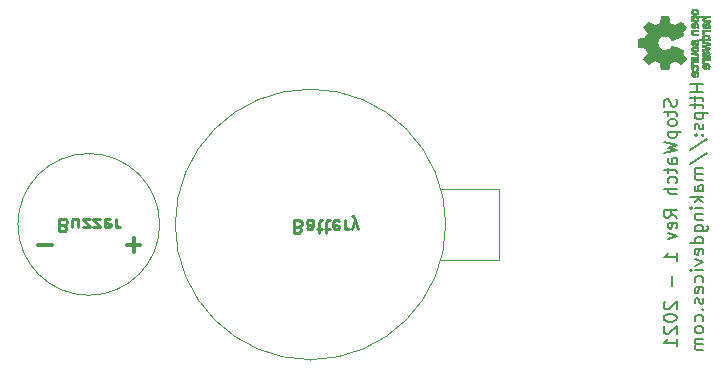
<source format=gbr>
%TF.GenerationSoftware,KiCad,Pcbnew,(5.1.10)-1*%
%TF.CreationDate,2021-09-21T22:06:55+02:00*%
%TF.ProjectId,StopWatch,53746f70-5761-4746-9368-2e6b69636164,rev?*%
%TF.SameCoordinates,Original*%
%TF.FileFunction,Legend,Bot*%
%TF.FilePolarity,Positive*%
%FSLAX46Y46*%
G04 Gerber Fmt 4.6, Leading zero omitted, Abs format (unit mm)*
G04 Created by KiCad (PCBNEW (5.1.10)-1) date 2021-09-21 22:06:55*
%MOMM*%
%LPD*%
G01*
G04 APERTURE LIST*
%ADD10C,0.300000*%
%ADD11C,0.200000*%
%ADD12C,0.275000*%
%ADD13C,0.010000*%
%ADD14C,0.100000*%
%ADD15C,1.850000*%
%ADD16C,1.550000*%
%ADD17C,1.500000*%
%ADD18R,1.500000X1.500000*%
%ADD19C,2.100000*%
G04 APERTURE END LIST*
D10*
X33678571Y-61107142D02*
X34821428Y-61107142D01*
X41178571Y-61107142D02*
X42321428Y-61107142D01*
X41750000Y-61678571D02*
X41750000Y-60535714D01*
D11*
X89997619Y-47514285D02*
X88897619Y-47514285D01*
X89421428Y-47514285D02*
X89421428Y-48142857D01*
X89997619Y-48142857D02*
X88897619Y-48142857D01*
X89264285Y-48509523D02*
X89264285Y-48928571D01*
X88897619Y-48666666D02*
X89840476Y-48666666D01*
X89945238Y-48719047D01*
X89997619Y-48823809D01*
X89997619Y-48928571D01*
X89264285Y-49138095D02*
X89264285Y-49557142D01*
X88897619Y-49295238D02*
X89840476Y-49295238D01*
X89945238Y-49347619D01*
X89997619Y-49452380D01*
X89997619Y-49557142D01*
X89264285Y-49923809D02*
X90364285Y-49923809D01*
X89316666Y-49923809D02*
X89264285Y-50028571D01*
X89264285Y-50238095D01*
X89316666Y-50342857D01*
X89369047Y-50395238D01*
X89473809Y-50447619D01*
X89788095Y-50447619D01*
X89892857Y-50395238D01*
X89945238Y-50342857D01*
X89997619Y-50238095D01*
X89997619Y-50028571D01*
X89945238Y-49923809D01*
X89945238Y-50866666D02*
X89997619Y-50971428D01*
X89997619Y-51180952D01*
X89945238Y-51285714D01*
X89840476Y-51338095D01*
X89788095Y-51338095D01*
X89683333Y-51285714D01*
X89630952Y-51180952D01*
X89630952Y-51023809D01*
X89578571Y-50919047D01*
X89473809Y-50866666D01*
X89421428Y-50866666D01*
X89316666Y-50919047D01*
X89264285Y-51023809D01*
X89264285Y-51180952D01*
X89316666Y-51285714D01*
X89892857Y-51809523D02*
X89945238Y-51861904D01*
X89997619Y-51809523D01*
X89945238Y-51757142D01*
X89892857Y-51809523D01*
X89997619Y-51809523D01*
X89316666Y-51809523D02*
X89369047Y-51861904D01*
X89421428Y-51809523D01*
X89369047Y-51757142D01*
X89316666Y-51809523D01*
X89421428Y-51809523D01*
X88845238Y-53119047D02*
X90259523Y-52176190D01*
X88845238Y-54271428D02*
X90259523Y-53328571D01*
X89997619Y-54638095D02*
X89264285Y-54638095D01*
X89369047Y-54638095D02*
X89316666Y-54690476D01*
X89264285Y-54795238D01*
X89264285Y-54952380D01*
X89316666Y-55057142D01*
X89421428Y-55109523D01*
X89997619Y-55109523D01*
X89421428Y-55109523D02*
X89316666Y-55161904D01*
X89264285Y-55266666D01*
X89264285Y-55423809D01*
X89316666Y-55528571D01*
X89421428Y-55580952D01*
X89997619Y-55580952D01*
X89997619Y-56576190D02*
X89421428Y-56576190D01*
X89316666Y-56523809D01*
X89264285Y-56419047D01*
X89264285Y-56209523D01*
X89316666Y-56104761D01*
X89945238Y-56576190D02*
X89997619Y-56471428D01*
X89997619Y-56209523D01*
X89945238Y-56104761D01*
X89840476Y-56052380D01*
X89735714Y-56052380D01*
X89630952Y-56104761D01*
X89578571Y-56209523D01*
X89578571Y-56471428D01*
X89526190Y-56576190D01*
X89997619Y-57099999D02*
X88897619Y-57099999D01*
X89578571Y-57204761D02*
X89997619Y-57519047D01*
X89264285Y-57519047D02*
X89683333Y-57099999D01*
X89997619Y-57990476D02*
X89264285Y-57990476D01*
X88897619Y-57990476D02*
X88950000Y-57938095D01*
X89002380Y-57990476D01*
X88950000Y-58042857D01*
X88897619Y-57990476D01*
X89002380Y-57990476D01*
X89264285Y-58514285D02*
X89997619Y-58514285D01*
X89369047Y-58514285D02*
X89316666Y-58566666D01*
X89264285Y-58671428D01*
X89264285Y-58828571D01*
X89316666Y-58933333D01*
X89421428Y-58985714D01*
X89997619Y-58985714D01*
X89264285Y-59980952D02*
X90154761Y-59980952D01*
X90259523Y-59928571D01*
X90311904Y-59876190D01*
X90364285Y-59771428D01*
X90364285Y-59614285D01*
X90311904Y-59509523D01*
X89945238Y-59980952D02*
X89997619Y-59876190D01*
X89997619Y-59666666D01*
X89945238Y-59561904D01*
X89892857Y-59509523D01*
X89788095Y-59457142D01*
X89473809Y-59457142D01*
X89369047Y-59509523D01*
X89316666Y-59561904D01*
X89264285Y-59666666D01*
X89264285Y-59876190D01*
X89316666Y-59980952D01*
X89997619Y-60976190D02*
X88897619Y-60976190D01*
X89945238Y-60976190D02*
X89997619Y-60871428D01*
X89997619Y-60661904D01*
X89945238Y-60557142D01*
X89892857Y-60504761D01*
X89788095Y-60452380D01*
X89473809Y-60452380D01*
X89369047Y-60504761D01*
X89316666Y-60557142D01*
X89264285Y-60661904D01*
X89264285Y-60871428D01*
X89316666Y-60976190D01*
X89945238Y-61919047D02*
X89997619Y-61814285D01*
X89997619Y-61604761D01*
X89945238Y-61499999D01*
X89840476Y-61447619D01*
X89421428Y-61447619D01*
X89316666Y-61499999D01*
X89264285Y-61604761D01*
X89264285Y-61814285D01*
X89316666Y-61919047D01*
X89421428Y-61971428D01*
X89526190Y-61971428D01*
X89630952Y-61447619D01*
X89264285Y-62338095D02*
X89997619Y-62599999D01*
X89264285Y-62861904D01*
X89997619Y-63280952D02*
X89264285Y-63280952D01*
X88897619Y-63280952D02*
X88950000Y-63228571D01*
X89002380Y-63280952D01*
X88950000Y-63333333D01*
X88897619Y-63280952D01*
X89002380Y-63280952D01*
X89945238Y-64276190D02*
X89997619Y-64171428D01*
X89997619Y-63961904D01*
X89945238Y-63857142D01*
X89892857Y-63804761D01*
X89788095Y-63752380D01*
X89473809Y-63752380D01*
X89369047Y-63804761D01*
X89316666Y-63857142D01*
X89264285Y-63961904D01*
X89264285Y-64171428D01*
X89316666Y-64276190D01*
X89945238Y-65166666D02*
X89997619Y-65061904D01*
X89997619Y-64852380D01*
X89945238Y-64747619D01*
X89840476Y-64695238D01*
X89421428Y-64695238D01*
X89316666Y-64747619D01*
X89264285Y-64852380D01*
X89264285Y-65061904D01*
X89316666Y-65166666D01*
X89421428Y-65219047D01*
X89526190Y-65219047D01*
X89630952Y-64695238D01*
X89945238Y-65638095D02*
X89997619Y-65742857D01*
X89997619Y-65952380D01*
X89945238Y-66057142D01*
X89840476Y-66109523D01*
X89788095Y-66109523D01*
X89683333Y-66057142D01*
X89630952Y-65952380D01*
X89630952Y-65795238D01*
X89578571Y-65690476D01*
X89473809Y-65638095D01*
X89421428Y-65638095D01*
X89316666Y-65690476D01*
X89264285Y-65795238D01*
X89264285Y-65952380D01*
X89316666Y-66057142D01*
X89892857Y-66580952D02*
X89945238Y-66633333D01*
X89997619Y-66580952D01*
X89945238Y-66528571D01*
X89892857Y-66580952D01*
X89997619Y-66580952D01*
X89945238Y-67576190D02*
X89997619Y-67471428D01*
X89997619Y-67261904D01*
X89945238Y-67157142D01*
X89892857Y-67104761D01*
X89788095Y-67052380D01*
X89473809Y-67052380D01*
X89369047Y-67104761D01*
X89316666Y-67157142D01*
X89264285Y-67261904D01*
X89264285Y-67471428D01*
X89316666Y-67576190D01*
X89997619Y-68204761D02*
X89945238Y-68099999D01*
X89892857Y-68047619D01*
X89788095Y-67995238D01*
X89473809Y-67995238D01*
X89369047Y-68047619D01*
X89316666Y-68099999D01*
X89264285Y-68204761D01*
X89264285Y-68361904D01*
X89316666Y-68466666D01*
X89369047Y-68519047D01*
X89473809Y-68571428D01*
X89788095Y-68571428D01*
X89892857Y-68519047D01*
X89945238Y-68466666D01*
X89997619Y-68361904D01*
X89997619Y-68204761D01*
X89997619Y-69042857D02*
X89264285Y-69042857D01*
X89369047Y-69042857D02*
X89316666Y-69095238D01*
X89264285Y-69199999D01*
X89264285Y-69357142D01*
X89316666Y-69461904D01*
X89421428Y-69514285D01*
X89997619Y-69514285D01*
X89421428Y-69514285D02*
X89316666Y-69566666D01*
X89264285Y-69671428D01*
X89264285Y-69828571D01*
X89316666Y-69933333D01*
X89421428Y-69985714D01*
X89997619Y-69985714D01*
X87695238Y-48800000D02*
X87747619Y-48957142D01*
X87747619Y-49219047D01*
X87695238Y-49323809D01*
X87642857Y-49376190D01*
X87538095Y-49428571D01*
X87433333Y-49428571D01*
X87328571Y-49376190D01*
X87276190Y-49323809D01*
X87223809Y-49219047D01*
X87171428Y-49009523D01*
X87119047Y-48904761D01*
X87066666Y-48852380D01*
X86961904Y-48800000D01*
X86857142Y-48800000D01*
X86752380Y-48852380D01*
X86700000Y-48904761D01*
X86647619Y-49009523D01*
X86647619Y-49271428D01*
X86700000Y-49428571D01*
X87014285Y-49742857D02*
X87014285Y-50161904D01*
X86647619Y-49900000D02*
X87590476Y-49900000D01*
X87695238Y-49952380D01*
X87747619Y-50057142D01*
X87747619Y-50161904D01*
X87747619Y-50685714D02*
X87695238Y-50580952D01*
X87642857Y-50528571D01*
X87538095Y-50476190D01*
X87223809Y-50476190D01*
X87119047Y-50528571D01*
X87066666Y-50580952D01*
X87014285Y-50685714D01*
X87014285Y-50842857D01*
X87066666Y-50947619D01*
X87119047Y-51000000D01*
X87223809Y-51052380D01*
X87538095Y-51052380D01*
X87642857Y-51000000D01*
X87695238Y-50947619D01*
X87747619Y-50842857D01*
X87747619Y-50685714D01*
X87014285Y-51523809D02*
X88114285Y-51523809D01*
X87066666Y-51523809D02*
X87014285Y-51628571D01*
X87014285Y-51838095D01*
X87066666Y-51942857D01*
X87119047Y-51995238D01*
X87223809Y-52047619D01*
X87538095Y-52047619D01*
X87642857Y-51995238D01*
X87695238Y-51942857D01*
X87747619Y-51838095D01*
X87747619Y-51628571D01*
X87695238Y-51523809D01*
X86647619Y-52414285D02*
X87747619Y-52676190D01*
X86961904Y-52885714D01*
X87747619Y-53095238D01*
X86647619Y-53357142D01*
X87747619Y-54247619D02*
X87171428Y-54247619D01*
X87066666Y-54195238D01*
X87014285Y-54090476D01*
X87014285Y-53880952D01*
X87066666Y-53776190D01*
X87695238Y-54247619D02*
X87747619Y-54142857D01*
X87747619Y-53880952D01*
X87695238Y-53776190D01*
X87590476Y-53723809D01*
X87485714Y-53723809D01*
X87380952Y-53776190D01*
X87328571Y-53880952D01*
X87328571Y-54142857D01*
X87276190Y-54247619D01*
X87014285Y-54614285D02*
X87014285Y-55033333D01*
X86647619Y-54771428D02*
X87590476Y-54771428D01*
X87695238Y-54823809D01*
X87747619Y-54928571D01*
X87747619Y-55033333D01*
X87695238Y-55871428D02*
X87747619Y-55766666D01*
X87747619Y-55557142D01*
X87695238Y-55452380D01*
X87642857Y-55400000D01*
X87538095Y-55347619D01*
X87223809Y-55347619D01*
X87119047Y-55400000D01*
X87066666Y-55452380D01*
X87014285Y-55557142D01*
X87014285Y-55766666D01*
X87066666Y-55871428D01*
X87747619Y-56342857D02*
X86647619Y-56342857D01*
X87747619Y-56814285D02*
X87171428Y-56814285D01*
X87066666Y-56761904D01*
X87014285Y-56657142D01*
X87014285Y-56500000D01*
X87066666Y-56395238D01*
X87119047Y-56342857D01*
X87747619Y-58804761D02*
X87223809Y-58438095D01*
X87747619Y-58176190D02*
X86647619Y-58176190D01*
X86647619Y-58595238D01*
X86700000Y-58700000D01*
X86752380Y-58752380D01*
X86857142Y-58804761D01*
X87014285Y-58804761D01*
X87119047Y-58752380D01*
X87171428Y-58700000D01*
X87223809Y-58595238D01*
X87223809Y-58176190D01*
X87695238Y-59695238D02*
X87747619Y-59590476D01*
X87747619Y-59380952D01*
X87695238Y-59276190D01*
X87590476Y-59223809D01*
X87171428Y-59223809D01*
X87066666Y-59276190D01*
X87014285Y-59380952D01*
X87014285Y-59590476D01*
X87066666Y-59695238D01*
X87171428Y-59747619D01*
X87276190Y-59747619D01*
X87380952Y-59223809D01*
X87014285Y-60114285D02*
X87747619Y-60376190D01*
X87014285Y-60638095D01*
X87747619Y-62471428D02*
X87747619Y-61842857D01*
X87747619Y-62157142D02*
X86647619Y-62157142D01*
X86804761Y-62052380D01*
X86909523Y-61947619D01*
X86961904Y-61842857D01*
X87328571Y-63780952D02*
X87328571Y-64619047D01*
X86752380Y-65928571D02*
X86700000Y-65980952D01*
X86647619Y-66085714D01*
X86647619Y-66347619D01*
X86700000Y-66452380D01*
X86752380Y-66504761D01*
X86857142Y-66557142D01*
X86961904Y-66557142D01*
X87119047Y-66504761D01*
X87747619Y-65876190D01*
X87747619Y-66557142D01*
X86647619Y-67238095D02*
X86647619Y-67342857D01*
X86700000Y-67447619D01*
X86752380Y-67500000D01*
X86857142Y-67552380D01*
X87066666Y-67604761D01*
X87328571Y-67604761D01*
X87538095Y-67552380D01*
X87642857Y-67500000D01*
X87695238Y-67447619D01*
X87747619Y-67342857D01*
X87747619Y-67238095D01*
X87695238Y-67133333D01*
X87642857Y-67080952D01*
X87538095Y-67028571D01*
X87328571Y-66976190D01*
X87066666Y-66976190D01*
X86857142Y-67028571D01*
X86752380Y-67080952D01*
X86700000Y-67133333D01*
X86647619Y-67238095D01*
X86752380Y-68023809D02*
X86700000Y-68076190D01*
X86647619Y-68180952D01*
X86647619Y-68442857D01*
X86700000Y-68547619D01*
X86752380Y-68600000D01*
X86857142Y-68652380D01*
X86961904Y-68652380D01*
X87119047Y-68600000D01*
X87747619Y-67971428D01*
X87747619Y-68652380D01*
X87747619Y-69700000D02*
X87747619Y-69071428D01*
X87747619Y-69385714D02*
X86647619Y-69385714D01*
X86804761Y-69280952D01*
X86909523Y-69176190D01*
X86961904Y-69071428D01*
D12*
X55721428Y-59578571D02*
X55878571Y-59526190D01*
X55930952Y-59473809D01*
X55983333Y-59369047D01*
X55983333Y-59211904D01*
X55930952Y-59107142D01*
X55878571Y-59054761D01*
X55773809Y-59002380D01*
X55354761Y-59002380D01*
X55354761Y-60102380D01*
X55721428Y-60102380D01*
X55826190Y-60050000D01*
X55878571Y-59997619D01*
X55930952Y-59892857D01*
X55930952Y-59788095D01*
X55878571Y-59683333D01*
X55826190Y-59630952D01*
X55721428Y-59578571D01*
X55354761Y-59578571D01*
X56926190Y-59002380D02*
X56926190Y-59578571D01*
X56873809Y-59683333D01*
X56769047Y-59735714D01*
X56559523Y-59735714D01*
X56454761Y-59683333D01*
X56926190Y-59054761D02*
X56821428Y-59002380D01*
X56559523Y-59002380D01*
X56454761Y-59054761D01*
X56402380Y-59159523D01*
X56402380Y-59264285D01*
X56454761Y-59369047D01*
X56559523Y-59421428D01*
X56821428Y-59421428D01*
X56926190Y-59473809D01*
X57292857Y-59735714D02*
X57711904Y-59735714D01*
X57450000Y-60102380D02*
X57450000Y-59159523D01*
X57502380Y-59054761D01*
X57607142Y-59002380D01*
X57711904Y-59002380D01*
X57921428Y-59735714D02*
X58340476Y-59735714D01*
X58078571Y-60102380D02*
X58078571Y-59159523D01*
X58130952Y-59054761D01*
X58235714Y-59002380D01*
X58340476Y-59002380D01*
X59126190Y-59054761D02*
X59021428Y-59002380D01*
X58811904Y-59002380D01*
X58707142Y-59054761D01*
X58654761Y-59159523D01*
X58654761Y-59578571D01*
X58707142Y-59683333D01*
X58811904Y-59735714D01*
X59021428Y-59735714D01*
X59126190Y-59683333D01*
X59178571Y-59578571D01*
X59178571Y-59473809D01*
X58654761Y-59369047D01*
X59650000Y-59002380D02*
X59650000Y-59735714D01*
X59650000Y-59526190D02*
X59702380Y-59630952D01*
X59754761Y-59683333D01*
X59859523Y-59735714D01*
X59964285Y-59735714D01*
X60226190Y-59735714D02*
X60488095Y-59002380D01*
X60750000Y-59735714D02*
X60488095Y-59002380D01*
X60383333Y-58740476D01*
X60330952Y-58688095D01*
X60226190Y-58635714D01*
D10*
D12*
X35836171Y-59457231D02*
X35993314Y-59404850D01*
X36045695Y-59352469D01*
X36098076Y-59247707D01*
X36098076Y-59090564D01*
X36045695Y-58985802D01*
X35993314Y-58933421D01*
X35888552Y-58881040D01*
X35469504Y-58881040D01*
X35469504Y-59981040D01*
X35836171Y-59981040D01*
X35940933Y-59928660D01*
X35993314Y-59876279D01*
X36045695Y-59771517D01*
X36045695Y-59666755D01*
X35993314Y-59561993D01*
X35940933Y-59509612D01*
X35836171Y-59457231D01*
X35469504Y-59457231D01*
X37040933Y-59614374D02*
X37040933Y-58881040D01*
X36569504Y-59614374D02*
X36569504Y-59038183D01*
X36621885Y-58933421D01*
X36726647Y-58881040D01*
X36883790Y-58881040D01*
X36988552Y-58933421D01*
X37040933Y-58985802D01*
X37459980Y-59614374D02*
X38036171Y-59614374D01*
X37459980Y-58881040D01*
X38036171Y-58881040D01*
X38350457Y-59614374D02*
X38926647Y-59614374D01*
X38350457Y-58881040D01*
X38926647Y-58881040D01*
X39764742Y-58933421D02*
X39659980Y-58881040D01*
X39450457Y-58881040D01*
X39345695Y-58933421D01*
X39293314Y-59038183D01*
X39293314Y-59457231D01*
X39345695Y-59561993D01*
X39450457Y-59614374D01*
X39659980Y-59614374D01*
X39764742Y-59561993D01*
X39817123Y-59457231D01*
X39817123Y-59352469D01*
X39293314Y-59247707D01*
X40288552Y-58881040D02*
X40288552Y-59614374D01*
X40288552Y-59404850D02*
X40340933Y-59509612D01*
X40393314Y-59561993D01*
X40498076Y-59614374D01*
X40602838Y-59614374D01*
D10*
D13*
%TO.C,REF\u002A\u002A*%
G36*
X84790018Y-44376964D02*
G01*
X85091570Y-44433812D01*
X85264512Y-44853338D01*
X85093395Y-45104984D01*
X85045750Y-45175458D01*
X85003210Y-45239163D01*
X84967715Y-45293126D01*
X84941210Y-45334373D01*
X84925636Y-45359934D01*
X84922278Y-45366895D01*
X84930914Y-45379435D01*
X84954792Y-45406231D01*
X84990859Y-45444280D01*
X85036067Y-45490579D01*
X85087364Y-45542123D01*
X85141701Y-45595909D01*
X85196028Y-45648935D01*
X85247295Y-45698195D01*
X85292451Y-45740687D01*
X85328446Y-45773407D01*
X85352230Y-45793351D01*
X85360190Y-45798119D01*
X85374865Y-45791257D01*
X85407014Y-45772020D01*
X85453492Y-45742430D01*
X85511156Y-45704510D01*
X85576860Y-45660282D01*
X85614336Y-45634654D01*
X85682768Y-45587941D01*
X85744520Y-45546432D01*
X85796519Y-45512140D01*
X85835692Y-45487080D01*
X85858965Y-45473264D01*
X85863855Y-45471188D01*
X85877755Y-45475895D01*
X85910150Y-45488723D01*
X85956485Y-45507738D01*
X86012206Y-45531003D01*
X86072758Y-45556584D01*
X86133586Y-45582545D01*
X86190136Y-45606950D01*
X86237852Y-45627863D01*
X86272181Y-45643349D01*
X86288568Y-45651472D01*
X86289212Y-45651952D01*
X86292341Y-45664707D01*
X86299321Y-45698677D01*
X86309467Y-45750340D01*
X86322092Y-45816176D01*
X86336509Y-45892664D01*
X86344823Y-45937290D01*
X86360384Y-46019021D01*
X86375192Y-46092843D01*
X86388436Y-46155021D01*
X86399305Y-46201822D01*
X86406989Y-46229509D01*
X86409427Y-46235074D01*
X86425930Y-46240526D01*
X86463200Y-46244924D01*
X86516880Y-46248272D01*
X86582612Y-46250574D01*
X86656037Y-46251832D01*
X86732796Y-46252048D01*
X86808532Y-46251227D01*
X86878886Y-46249371D01*
X86939500Y-46246482D01*
X86986016Y-46242565D01*
X87014075Y-46237622D01*
X87019916Y-46234657D01*
X87026917Y-46216934D01*
X87036927Y-46179381D01*
X87048769Y-46126964D01*
X87061267Y-46064652D01*
X87065310Y-46042900D01*
X87084520Y-45938024D01*
X87099991Y-45855180D01*
X87112337Y-45791630D01*
X87122173Y-45744637D01*
X87130114Y-45711463D01*
X87136776Y-45689371D01*
X87142773Y-45675624D01*
X87148719Y-45667484D01*
X87149894Y-45666345D01*
X87168826Y-45654977D01*
X87205669Y-45637635D01*
X87255913Y-45616050D01*
X87315046Y-45591954D01*
X87378556Y-45567079D01*
X87441932Y-45543157D01*
X87500662Y-45521919D01*
X87550235Y-45505097D01*
X87586139Y-45494422D01*
X87603862Y-45491627D01*
X87604483Y-45491860D01*
X87618970Y-45501331D01*
X87650844Y-45522818D01*
X87696789Y-45554063D01*
X87753485Y-45592807D01*
X87817617Y-45636793D01*
X87835842Y-45649319D01*
X87901914Y-45693984D01*
X87962200Y-45733288D01*
X88013235Y-45765088D01*
X88051560Y-45787245D01*
X88073711Y-45797617D01*
X88076432Y-45798119D01*
X88090736Y-45789405D01*
X88119072Y-45765325D01*
X88158396Y-45728976D01*
X88205661Y-45683453D01*
X88257823Y-45631852D01*
X88311835Y-45577267D01*
X88364653Y-45522794D01*
X88413231Y-45471529D01*
X88454523Y-45426567D01*
X88485485Y-45391004D01*
X88503070Y-45367935D01*
X88505941Y-45361554D01*
X88499178Y-45346699D01*
X88480939Y-45316286D01*
X88454297Y-45275268D01*
X88432852Y-45243709D01*
X88393503Y-45186525D01*
X88347171Y-45118806D01*
X88300913Y-45050880D01*
X88276155Y-45014361D01*
X88192547Y-44890752D01*
X88248650Y-44786991D01*
X88273228Y-44739720D01*
X88292331Y-44699523D01*
X88303227Y-44672326D01*
X88304743Y-44665402D01*
X88293549Y-44657077D01*
X88261917Y-44640654D01*
X88212765Y-44617357D01*
X88149010Y-44588414D01*
X88073571Y-44555050D01*
X87989364Y-44518491D01*
X87899308Y-44479964D01*
X87806321Y-44440694D01*
X87713320Y-44401908D01*
X87623223Y-44364830D01*
X87538948Y-44330689D01*
X87463413Y-44300708D01*
X87399534Y-44276116D01*
X87350231Y-44258136D01*
X87318421Y-44247997D01*
X87307496Y-44246366D01*
X87293561Y-44259291D01*
X87270940Y-44287589D01*
X87244333Y-44325346D01*
X87242228Y-44328515D01*
X87164114Y-44426100D01*
X87072982Y-44504786D01*
X86971745Y-44563891D01*
X86863318Y-44602732D01*
X86750614Y-44620628D01*
X86636548Y-44616897D01*
X86524034Y-44590857D01*
X86415985Y-44541825D01*
X86392345Y-44527400D01*
X86296887Y-44452369D01*
X86220232Y-44363730D01*
X86162780Y-44264549D01*
X86124929Y-44157895D01*
X86107078Y-44046836D01*
X86109625Y-43934439D01*
X86132970Y-43823773D01*
X86177510Y-43717906D01*
X86243645Y-43619905D01*
X86270487Y-43589590D01*
X86354512Y-43512438D01*
X86442966Y-43456218D01*
X86542115Y-43417653D01*
X86640303Y-43396174D01*
X86750697Y-43390872D01*
X86861640Y-43408552D01*
X86969381Y-43447419D01*
X87070169Y-43505677D01*
X87160256Y-43581531D01*
X87235892Y-43673183D01*
X87243864Y-43685228D01*
X87269974Y-43723389D01*
X87292595Y-43752399D01*
X87307039Y-43766268D01*
X87307496Y-43766469D01*
X87323121Y-43763492D01*
X87358582Y-43751689D01*
X87410962Y-43732286D01*
X87477345Y-43706512D01*
X87554814Y-43675591D01*
X87640450Y-43640751D01*
X87731337Y-43603217D01*
X87824559Y-43564217D01*
X87917197Y-43524977D01*
X88006335Y-43486724D01*
X88089055Y-43450683D01*
X88162441Y-43418083D01*
X88223575Y-43390148D01*
X88269541Y-43368105D01*
X88297421Y-43353182D01*
X88304743Y-43347172D01*
X88299041Y-43328809D01*
X88283749Y-43294448D01*
X88261599Y-43250016D01*
X88248650Y-43225583D01*
X88192547Y-43121822D01*
X88276155Y-42998213D01*
X88318987Y-42935114D01*
X88366122Y-42866030D01*
X88410503Y-42801293D01*
X88432852Y-42768866D01*
X88463477Y-42723259D01*
X88487747Y-42684640D01*
X88502587Y-42658048D01*
X88505724Y-42649410D01*
X88497261Y-42636839D01*
X88473636Y-42609016D01*
X88437302Y-42568639D01*
X88390711Y-42518405D01*
X88336317Y-42461012D01*
X88301392Y-42424714D01*
X88238996Y-42361210D01*
X88183188Y-42306327D01*
X88136354Y-42262286D01*
X88100882Y-42231305D01*
X88079161Y-42215602D01*
X88074752Y-42214095D01*
X88057985Y-42221086D01*
X88024082Y-42240406D01*
X87976476Y-42269909D01*
X87918599Y-42307455D01*
X87853884Y-42350900D01*
X87835842Y-42363255D01*
X87770267Y-42408273D01*
X87711228Y-42448660D01*
X87662042Y-42482160D01*
X87626028Y-42506514D01*
X87606502Y-42519464D01*
X87604483Y-42520715D01*
X87588922Y-42518844D01*
X87554709Y-42508913D01*
X87506355Y-42492653D01*
X87448371Y-42471795D01*
X87385270Y-42448073D01*
X87321563Y-42423216D01*
X87261761Y-42398958D01*
X87210376Y-42377029D01*
X87171919Y-42359162D01*
X87150902Y-42347087D01*
X87149894Y-42346229D01*
X87143888Y-42338846D01*
X87137948Y-42326375D01*
X87131460Y-42306080D01*
X87123809Y-42275222D01*
X87114380Y-42231066D01*
X87102559Y-42170874D01*
X87087729Y-42091907D01*
X87069277Y-41991430D01*
X87065310Y-41969675D01*
X87052853Y-41905198D01*
X87040666Y-41848989D01*
X87029926Y-41806013D01*
X87021809Y-41781240D01*
X87019916Y-41777918D01*
X87003138Y-41772444D01*
X86965645Y-41767994D01*
X86911794Y-41764572D01*
X86845944Y-41762181D01*
X86772453Y-41760823D01*
X86695680Y-41760501D01*
X86619983Y-41761219D01*
X86549720Y-41762979D01*
X86489250Y-41765784D01*
X86442930Y-41769638D01*
X86415119Y-41774543D01*
X86409427Y-41777500D01*
X86403686Y-41793963D01*
X86394345Y-41831449D01*
X86382215Y-41886225D01*
X86368107Y-41954555D01*
X86352830Y-42032706D01*
X86344823Y-42075284D01*
X86329721Y-42156071D01*
X86316040Y-42228113D01*
X86304467Y-42287889D01*
X86295687Y-42331879D01*
X86290387Y-42356561D01*
X86289212Y-42360623D01*
X86275965Y-42367489D01*
X86244057Y-42382002D01*
X86198047Y-42402229D01*
X86142492Y-42426234D01*
X86081953Y-42452082D01*
X86020986Y-42477840D01*
X85964151Y-42501573D01*
X85916006Y-42521346D01*
X85881110Y-42535224D01*
X85864021Y-42541274D01*
X85863274Y-42541386D01*
X85849793Y-42534528D01*
X85818770Y-42515302D01*
X85773289Y-42485728D01*
X85716432Y-42447827D01*
X85651283Y-42403620D01*
X85613862Y-42377921D01*
X85545247Y-42331093D01*
X85482952Y-42289501D01*
X85430129Y-42255175D01*
X85389927Y-42230143D01*
X85365500Y-42216435D01*
X85360024Y-42214456D01*
X85347278Y-42222966D01*
X85320063Y-42246493D01*
X85281428Y-42282032D01*
X85234423Y-42326577D01*
X85182095Y-42377123D01*
X85127495Y-42430664D01*
X85073670Y-42484195D01*
X85023670Y-42534711D01*
X84980543Y-42579206D01*
X84947339Y-42614675D01*
X84927106Y-42638113D01*
X84922278Y-42645954D01*
X84929067Y-42658720D01*
X84948142Y-42689256D01*
X84977561Y-42734590D01*
X85015381Y-42791756D01*
X85059661Y-42857784D01*
X85093395Y-42907590D01*
X85264512Y-43159236D01*
X85178041Y-43368999D01*
X85091570Y-43578763D01*
X84790018Y-43635611D01*
X84488466Y-43692460D01*
X84488466Y-44320115D01*
X84790018Y-44376964D01*
G37*
X84790018Y-44376964D02*
X85091570Y-44433812D01*
X85264512Y-44853338D01*
X85093395Y-45104984D01*
X85045750Y-45175458D01*
X85003210Y-45239163D01*
X84967715Y-45293126D01*
X84941210Y-45334373D01*
X84925636Y-45359934D01*
X84922278Y-45366895D01*
X84930914Y-45379435D01*
X84954792Y-45406231D01*
X84990859Y-45444280D01*
X85036067Y-45490579D01*
X85087364Y-45542123D01*
X85141701Y-45595909D01*
X85196028Y-45648935D01*
X85247295Y-45698195D01*
X85292451Y-45740687D01*
X85328446Y-45773407D01*
X85352230Y-45793351D01*
X85360190Y-45798119D01*
X85374865Y-45791257D01*
X85407014Y-45772020D01*
X85453492Y-45742430D01*
X85511156Y-45704510D01*
X85576860Y-45660282D01*
X85614336Y-45634654D01*
X85682768Y-45587941D01*
X85744520Y-45546432D01*
X85796519Y-45512140D01*
X85835692Y-45487080D01*
X85858965Y-45473264D01*
X85863855Y-45471188D01*
X85877755Y-45475895D01*
X85910150Y-45488723D01*
X85956485Y-45507738D01*
X86012206Y-45531003D01*
X86072758Y-45556584D01*
X86133586Y-45582545D01*
X86190136Y-45606950D01*
X86237852Y-45627863D01*
X86272181Y-45643349D01*
X86288568Y-45651472D01*
X86289212Y-45651952D01*
X86292341Y-45664707D01*
X86299321Y-45698677D01*
X86309467Y-45750340D01*
X86322092Y-45816176D01*
X86336509Y-45892664D01*
X86344823Y-45937290D01*
X86360384Y-46019021D01*
X86375192Y-46092843D01*
X86388436Y-46155021D01*
X86399305Y-46201822D01*
X86406989Y-46229509D01*
X86409427Y-46235074D01*
X86425930Y-46240526D01*
X86463200Y-46244924D01*
X86516880Y-46248272D01*
X86582612Y-46250574D01*
X86656037Y-46251832D01*
X86732796Y-46252048D01*
X86808532Y-46251227D01*
X86878886Y-46249371D01*
X86939500Y-46246482D01*
X86986016Y-46242565D01*
X87014075Y-46237622D01*
X87019916Y-46234657D01*
X87026917Y-46216934D01*
X87036927Y-46179381D01*
X87048769Y-46126964D01*
X87061267Y-46064652D01*
X87065310Y-46042900D01*
X87084520Y-45938024D01*
X87099991Y-45855180D01*
X87112337Y-45791630D01*
X87122173Y-45744637D01*
X87130114Y-45711463D01*
X87136776Y-45689371D01*
X87142773Y-45675624D01*
X87148719Y-45667484D01*
X87149894Y-45666345D01*
X87168826Y-45654977D01*
X87205669Y-45637635D01*
X87255913Y-45616050D01*
X87315046Y-45591954D01*
X87378556Y-45567079D01*
X87441932Y-45543157D01*
X87500662Y-45521919D01*
X87550235Y-45505097D01*
X87586139Y-45494422D01*
X87603862Y-45491627D01*
X87604483Y-45491860D01*
X87618970Y-45501331D01*
X87650844Y-45522818D01*
X87696789Y-45554063D01*
X87753485Y-45592807D01*
X87817617Y-45636793D01*
X87835842Y-45649319D01*
X87901914Y-45693984D01*
X87962200Y-45733288D01*
X88013235Y-45765088D01*
X88051560Y-45787245D01*
X88073711Y-45797617D01*
X88076432Y-45798119D01*
X88090736Y-45789405D01*
X88119072Y-45765325D01*
X88158396Y-45728976D01*
X88205661Y-45683453D01*
X88257823Y-45631852D01*
X88311835Y-45577267D01*
X88364653Y-45522794D01*
X88413231Y-45471529D01*
X88454523Y-45426567D01*
X88485485Y-45391004D01*
X88503070Y-45367935D01*
X88505941Y-45361554D01*
X88499178Y-45346699D01*
X88480939Y-45316286D01*
X88454297Y-45275268D01*
X88432852Y-45243709D01*
X88393503Y-45186525D01*
X88347171Y-45118806D01*
X88300913Y-45050880D01*
X88276155Y-45014361D01*
X88192547Y-44890752D01*
X88248650Y-44786991D01*
X88273228Y-44739720D01*
X88292331Y-44699523D01*
X88303227Y-44672326D01*
X88304743Y-44665402D01*
X88293549Y-44657077D01*
X88261917Y-44640654D01*
X88212765Y-44617357D01*
X88149010Y-44588414D01*
X88073571Y-44555050D01*
X87989364Y-44518491D01*
X87899308Y-44479964D01*
X87806321Y-44440694D01*
X87713320Y-44401908D01*
X87623223Y-44364830D01*
X87538948Y-44330689D01*
X87463413Y-44300708D01*
X87399534Y-44276116D01*
X87350231Y-44258136D01*
X87318421Y-44247997D01*
X87307496Y-44246366D01*
X87293561Y-44259291D01*
X87270940Y-44287589D01*
X87244333Y-44325346D01*
X87242228Y-44328515D01*
X87164114Y-44426100D01*
X87072982Y-44504786D01*
X86971745Y-44563891D01*
X86863318Y-44602732D01*
X86750614Y-44620628D01*
X86636548Y-44616897D01*
X86524034Y-44590857D01*
X86415985Y-44541825D01*
X86392345Y-44527400D01*
X86296887Y-44452369D01*
X86220232Y-44363730D01*
X86162780Y-44264549D01*
X86124929Y-44157895D01*
X86107078Y-44046836D01*
X86109625Y-43934439D01*
X86132970Y-43823773D01*
X86177510Y-43717906D01*
X86243645Y-43619905D01*
X86270487Y-43589590D01*
X86354512Y-43512438D01*
X86442966Y-43456218D01*
X86542115Y-43417653D01*
X86640303Y-43396174D01*
X86750697Y-43390872D01*
X86861640Y-43408552D01*
X86969381Y-43447419D01*
X87070169Y-43505677D01*
X87160256Y-43581531D01*
X87235892Y-43673183D01*
X87243864Y-43685228D01*
X87269974Y-43723389D01*
X87292595Y-43752399D01*
X87307039Y-43766268D01*
X87307496Y-43766469D01*
X87323121Y-43763492D01*
X87358582Y-43751689D01*
X87410962Y-43732286D01*
X87477345Y-43706512D01*
X87554814Y-43675591D01*
X87640450Y-43640751D01*
X87731337Y-43603217D01*
X87824559Y-43564217D01*
X87917197Y-43524977D01*
X88006335Y-43486724D01*
X88089055Y-43450683D01*
X88162441Y-43418083D01*
X88223575Y-43390148D01*
X88269541Y-43368105D01*
X88297421Y-43353182D01*
X88304743Y-43347172D01*
X88299041Y-43328809D01*
X88283749Y-43294448D01*
X88261599Y-43250016D01*
X88248650Y-43225583D01*
X88192547Y-43121822D01*
X88276155Y-42998213D01*
X88318987Y-42935114D01*
X88366122Y-42866030D01*
X88410503Y-42801293D01*
X88432852Y-42768866D01*
X88463477Y-42723259D01*
X88487747Y-42684640D01*
X88502587Y-42658048D01*
X88505724Y-42649410D01*
X88497261Y-42636839D01*
X88473636Y-42609016D01*
X88437302Y-42568639D01*
X88390711Y-42518405D01*
X88336317Y-42461012D01*
X88301392Y-42424714D01*
X88238996Y-42361210D01*
X88183188Y-42306327D01*
X88136354Y-42262286D01*
X88100882Y-42231305D01*
X88079161Y-42215602D01*
X88074752Y-42214095D01*
X88057985Y-42221086D01*
X88024082Y-42240406D01*
X87976476Y-42269909D01*
X87918599Y-42307455D01*
X87853884Y-42350900D01*
X87835842Y-42363255D01*
X87770267Y-42408273D01*
X87711228Y-42448660D01*
X87662042Y-42482160D01*
X87626028Y-42506514D01*
X87606502Y-42519464D01*
X87604483Y-42520715D01*
X87588922Y-42518844D01*
X87554709Y-42508913D01*
X87506355Y-42492653D01*
X87448371Y-42471795D01*
X87385270Y-42448073D01*
X87321563Y-42423216D01*
X87261761Y-42398958D01*
X87210376Y-42377029D01*
X87171919Y-42359162D01*
X87150902Y-42347087D01*
X87149894Y-42346229D01*
X87143888Y-42338846D01*
X87137948Y-42326375D01*
X87131460Y-42306080D01*
X87123809Y-42275222D01*
X87114380Y-42231066D01*
X87102559Y-42170874D01*
X87087729Y-42091907D01*
X87069277Y-41991430D01*
X87065310Y-41969675D01*
X87052853Y-41905198D01*
X87040666Y-41848989D01*
X87029926Y-41806013D01*
X87021809Y-41781240D01*
X87019916Y-41777918D01*
X87003138Y-41772444D01*
X86965645Y-41767994D01*
X86911794Y-41764572D01*
X86845944Y-41762181D01*
X86772453Y-41760823D01*
X86695680Y-41760501D01*
X86619983Y-41761219D01*
X86549720Y-41762979D01*
X86489250Y-41765784D01*
X86442930Y-41769638D01*
X86415119Y-41774543D01*
X86409427Y-41777500D01*
X86403686Y-41793963D01*
X86394345Y-41831449D01*
X86382215Y-41886225D01*
X86368107Y-41954555D01*
X86352830Y-42032706D01*
X86344823Y-42075284D01*
X86329721Y-42156071D01*
X86316040Y-42228113D01*
X86304467Y-42287889D01*
X86295687Y-42331879D01*
X86290387Y-42356561D01*
X86289212Y-42360623D01*
X86275965Y-42367489D01*
X86244057Y-42382002D01*
X86198047Y-42402229D01*
X86142492Y-42426234D01*
X86081953Y-42452082D01*
X86020986Y-42477840D01*
X85964151Y-42501573D01*
X85916006Y-42521346D01*
X85881110Y-42535224D01*
X85864021Y-42541274D01*
X85863274Y-42541386D01*
X85849793Y-42534528D01*
X85818770Y-42515302D01*
X85773289Y-42485728D01*
X85716432Y-42447827D01*
X85651283Y-42403620D01*
X85613862Y-42377921D01*
X85545247Y-42331093D01*
X85482952Y-42289501D01*
X85430129Y-42255175D01*
X85389927Y-42230143D01*
X85365500Y-42216435D01*
X85360024Y-42214456D01*
X85347278Y-42222966D01*
X85320063Y-42246493D01*
X85281428Y-42282032D01*
X85234423Y-42326577D01*
X85182095Y-42377123D01*
X85127495Y-42430664D01*
X85073670Y-42484195D01*
X85023670Y-42534711D01*
X84980543Y-42579206D01*
X84947339Y-42614675D01*
X84927106Y-42638113D01*
X84922278Y-42645954D01*
X84929067Y-42658720D01*
X84948142Y-42689256D01*
X84977561Y-42734590D01*
X85015381Y-42791756D01*
X85059661Y-42857784D01*
X85093395Y-42907590D01*
X85264512Y-43159236D01*
X85178041Y-43368999D01*
X85091570Y-43578763D01*
X84790018Y-43635611D01*
X84488466Y-43692460D01*
X84488466Y-44320115D01*
X84790018Y-44376964D01*
G36*
X88958030Y-45799460D02*
G01*
X88971245Y-45842711D01*
X88987941Y-45870558D01*
X89001145Y-45879629D01*
X89016797Y-45877132D01*
X89041385Y-45860931D01*
X89058800Y-45847232D01*
X89090283Y-45818992D01*
X89103529Y-45797775D01*
X89102664Y-45779688D01*
X89089010Y-45726035D01*
X89089630Y-45686630D01*
X89105104Y-45654632D01*
X89114161Y-45643890D01*
X89146027Y-45609505D01*
X89562179Y-45609505D01*
X89562179Y-45471188D01*
X88958614Y-45471188D01*
X88958614Y-45540347D01*
X88960256Y-45581869D01*
X88966087Y-45603291D01*
X88977461Y-45609502D01*
X88977798Y-45609505D01*
X88989713Y-45612439D01*
X88988159Y-45625704D01*
X88979563Y-45644084D01*
X88963568Y-45682046D01*
X88953945Y-45712872D01*
X88951478Y-45752536D01*
X88958030Y-45799460D01*
G37*
X88958030Y-45799460D02*
X88971245Y-45842711D01*
X88987941Y-45870558D01*
X89001145Y-45879629D01*
X89016797Y-45877132D01*
X89041385Y-45860931D01*
X89058800Y-45847232D01*
X89090283Y-45818992D01*
X89103529Y-45797775D01*
X89102664Y-45779688D01*
X89089010Y-45726035D01*
X89089630Y-45686630D01*
X89105104Y-45654632D01*
X89114161Y-45643890D01*
X89146027Y-45609505D01*
X89562179Y-45609505D01*
X89562179Y-45471188D01*
X88958614Y-45471188D01*
X88958614Y-45540347D01*
X88960256Y-45581869D01*
X88966087Y-45603291D01*
X88977461Y-45609502D01*
X88977798Y-45609505D01*
X88989713Y-45612439D01*
X88988159Y-45625704D01*
X88979563Y-45644084D01*
X88963568Y-45682046D01*
X88953945Y-45712872D01*
X88951478Y-45752536D01*
X88958030Y-45799460D01*
G36*
X88969002Y-43245988D02*
G01*
X88983950Y-43277283D01*
X89005541Y-43307591D01*
X89030391Y-43330682D01*
X89062087Y-43347500D01*
X89104214Y-43358994D01*
X89160358Y-43366109D01*
X89234106Y-43369793D01*
X89329044Y-43370992D01*
X89338985Y-43371011D01*
X89562179Y-43371287D01*
X89562179Y-43232970D01*
X89356418Y-43232970D01*
X89280189Y-43232872D01*
X89224939Y-43232191D01*
X89186501Y-43230349D01*
X89160706Y-43226767D01*
X89143384Y-43220868D01*
X89130368Y-43212073D01*
X89117507Y-43199820D01*
X89089873Y-43156953D01*
X89084745Y-43110157D01*
X89102217Y-43065576D01*
X89115221Y-43050072D01*
X89127447Y-43038690D01*
X89140540Y-43030519D01*
X89158615Y-43025026D01*
X89185787Y-43021680D01*
X89226170Y-43019949D01*
X89283879Y-43019303D01*
X89354132Y-43019208D01*
X89562179Y-43019208D01*
X89562179Y-42880891D01*
X88958614Y-42880891D01*
X88958614Y-42950050D01*
X88960256Y-42991572D01*
X88966087Y-43012994D01*
X88977461Y-43019205D01*
X88977798Y-43019208D01*
X88988938Y-43022090D01*
X88987674Y-43034801D01*
X88975434Y-43060074D01*
X88957424Y-43117395D01*
X88955421Y-43182963D01*
X88969002Y-43245988D01*
G37*
X88969002Y-43245988D02*
X88983950Y-43277283D01*
X89005541Y-43307591D01*
X89030391Y-43330682D01*
X89062087Y-43347500D01*
X89104214Y-43358994D01*
X89160358Y-43366109D01*
X89234106Y-43369793D01*
X89329044Y-43370992D01*
X89338985Y-43371011D01*
X89562179Y-43371287D01*
X89562179Y-43232970D01*
X89356418Y-43232970D01*
X89280189Y-43232872D01*
X89224939Y-43232191D01*
X89186501Y-43230349D01*
X89160706Y-43226767D01*
X89143384Y-43220868D01*
X89130368Y-43212073D01*
X89117507Y-43199820D01*
X89089873Y-43156953D01*
X89084745Y-43110157D01*
X89102217Y-43065576D01*
X89115221Y-43050072D01*
X89127447Y-43038690D01*
X89140540Y-43030519D01*
X89158615Y-43025026D01*
X89185787Y-43021680D01*
X89226170Y-43019949D01*
X89283879Y-43019303D01*
X89354132Y-43019208D01*
X89562179Y-43019208D01*
X89562179Y-42880891D01*
X88958614Y-42880891D01*
X88958614Y-42950050D01*
X88960256Y-42991572D01*
X88966087Y-43012994D01*
X88977461Y-43019205D01*
X88977798Y-43019208D01*
X88988938Y-43022090D01*
X88987674Y-43034801D01*
X88975434Y-43060074D01*
X88957424Y-43117395D01*
X88955421Y-43182963D01*
X88969002Y-43245988D01*
G36*
X88956457Y-46677898D02*
G01*
X88964279Y-46710096D01*
X88992921Y-46771825D01*
X89036667Y-46824610D01*
X89089117Y-46861141D01*
X89100893Y-46866160D01*
X89131740Y-46873045D01*
X89177371Y-46877864D01*
X89223492Y-46879505D01*
X89310693Y-46879505D01*
X89310693Y-46697178D01*
X89310978Y-46621979D01*
X89312704Y-46569003D01*
X89317181Y-46535325D01*
X89325720Y-46518020D01*
X89339630Y-46514163D01*
X89360222Y-46520829D01*
X89384315Y-46532770D01*
X89424525Y-46566080D01*
X89444558Y-46612368D01*
X89443905Y-46668944D01*
X89422101Y-46733031D01*
X89395193Y-46788417D01*
X89431532Y-46834375D01*
X89467872Y-46880333D01*
X89507819Y-46837096D01*
X89545563Y-46779374D01*
X89568320Y-46708386D01*
X89574688Y-46632029D01*
X89563268Y-46558199D01*
X89559393Y-46546287D01*
X89525506Y-46481399D01*
X89474986Y-46433130D01*
X89406325Y-46400465D01*
X89318014Y-46382385D01*
X89316121Y-46382175D01*
X89219878Y-46380556D01*
X89185542Y-46387100D01*
X89185542Y-46514852D01*
X89190822Y-46526584D01*
X89194867Y-46558438D01*
X89197176Y-46605397D01*
X89197525Y-46635154D01*
X89197306Y-46690648D01*
X89195916Y-46725346D01*
X89192251Y-46743601D01*
X89185210Y-46749766D01*
X89173690Y-46748195D01*
X89169233Y-46746878D01*
X89127355Y-46724382D01*
X89093604Y-46689003D01*
X89078773Y-46657780D01*
X89079668Y-46616301D01*
X89098164Y-46574269D01*
X89128786Y-46539012D01*
X89166062Y-46517854D01*
X89185542Y-46514852D01*
X89185542Y-46387100D01*
X89135229Y-46396690D01*
X89064191Y-46428698D01*
X89008779Y-46474701D01*
X88971009Y-46532821D01*
X88952896Y-46601180D01*
X88956457Y-46677898D01*
G37*
X88956457Y-46677898D02*
X88964279Y-46710096D01*
X88992921Y-46771825D01*
X89036667Y-46824610D01*
X89089117Y-46861141D01*
X89100893Y-46866160D01*
X89131740Y-46873045D01*
X89177371Y-46877864D01*
X89223492Y-46879505D01*
X89310693Y-46879505D01*
X89310693Y-46697178D01*
X89310978Y-46621979D01*
X89312704Y-46569003D01*
X89317181Y-46535325D01*
X89325720Y-46518020D01*
X89339630Y-46514163D01*
X89360222Y-46520829D01*
X89384315Y-46532770D01*
X89424525Y-46566080D01*
X89444558Y-46612368D01*
X89443905Y-46668944D01*
X89422101Y-46733031D01*
X89395193Y-46788417D01*
X89431532Y-46834375D01*
X89467872Y-46880333D01*
X89507819Y-46837096D01*
X89545563Y-46779374D01*
X89568320Y-46708386D01*
X89574688Y-46632029D01*
X89563268Y-46558199D01*
X89559393Y-46546287D01*
X89525506Y-46481399D01*
X89474986Y-46433130D01*
X89406325Y-46400465D01*
X89318014Y-46382385D01*
X89316121Y-46382175D01*
X89219878Y-46380556D01*
X89185542Y-46387100D01*
X89185542Y-46514852D01*
X89190822Y-46526584D01*
X89194867Y-46558438D01*
X89197176Y-46605397D01*
X89197525Y-46635154D01*
X89197306Y-46690648D01*
X89195916Y-46725346D01*
X89192251Y-46743601D01*
X89185210Y-46749766D01*
X89173690Y-46748195D01*
X89169233Y-46746878D01*
X89127355Y-46724382D01*
X89093604Y-46689003D01*
X89078773Y-46657780D01*
X89079668Y-46616301D01*
X89098164Y-46574269D01*
X89128786Y-46539012D01*
X89166062Y-46517854D01*
X89185542Y-46514852D01*
X89185542Y-46387100D01*
X89135229Y-46396690D01*
X89064191Y-46428698D01*
X89008779Y-46474701D01*
X88971009Y-46532821D01*
X88952896Y-46601180D01*
X88956457Y-46677898D01*
G36*
X88963880Y-46217226D02*
G01*
X88994830Y-46290080D01*
X89009895Y-46313027D01*
X89033048Y-46342354D01*
X89051253Y-46360764D01*
X89057183Y-46363961D01*
X89070340Y-46354935D01*
X89092667Y-46331837D01*
X89108250Y-46313344D01*
X89148926Y-46262728D01*
X89115295Y-46222760D01*
X89093584Y-46191874D01*
X89086090Y-46161759D01*
X89087920Y-46127292D01*
X89101528Y-46072561D01*
X89129772Y-46034886D01*
X89175433Y-46011991D01*
X89241289Y-46001597D01*
X89241331Y-46001595D01*
X89314939Y-46002494D01*
X89368946Y-46016463D01*
X89405716Y-46044328D01*
X89418168Y-46063325D01*
X89433673Y-46113776D01*
X89433683Y-46167663D01*
X89418638Y-46214546D01*
X89411287Y-46225644D01*
X89392511Y-46253476D01*
X89389434Y-46275236D01*
X89403409Y-46298704D01*
X89428510Y-46324649D01*
X89470880Y-46365716D01*
X89508464Y-46320121D01*
X89550882Y-46249674D01*
X89571785Y-46170233D01*
X89570272Y-46087215D01*
X89556411Y-46032694D01*
X89522135Y-45968970D01*
X89468212Y-45918005D01*
X89430149Y-45894851D01*
X89375536Y-45876099D01*
X89306369Y-45866715D01*
X89231407Y-45866643D01*
X89159409Y-45875824D01*
X89099137Y-45894199D01*
X89092958Y-45897093D01*
X89032351Y-45939952D01*
X88988224Y-45997979D01*
X88961493Y-46066591D01*
X88953073Y-46141201D01*
X88963880Y-46217226D01*
G37*
X88963880Y-46217226D02*
X88994830Y-46290080D01*
X89009895Y-46313027D01*
X89033048Y-46342354D01*
X89051253Y-46360764D01*
X89057183Y-46363961D01*
X89070340Y-46354935D01*
X89092667Y-46331837D01*
X89108250Y-46313344D01*
X89148926Y-46262728D01*
X89115295Y-46222760D01*
X89093584Y-46191874D01*
X89086090Y-46161759D01*
X89087920Y-46127292D01*
X89101528Y-46072561D01*
X89129772Y-46034886D01*
X89175433Y-46011991D01*
X89241289Y-46001597D01*
X89241331Y-46001595D01*
X89314939Y-46002494D01*
X89368946Y-46016463D01*
X89405716Y-46044328D01*
X89418168Y-46063325D01*
X89433673Y-46113776D01*
X89433683Y-46167663D01*
X89418638Y-46214546D01*
X89411287Y-46225644D01*
X89392511Y-46253476D01*
X89389434Y-46275236D01*
X89403409Y-46298704D01*
X89428510Y-46324649D01*
X89470880Y-46365716D01*
X89508464Y-46320121D01*
X89550882Y-46249674D01*
X89571785Y-46170233D01*
X89570272Y-46087215D01*
X89556411Y-46032694D01*
X89522135Y-45968970D01*
X89468212Y-45918005D01*
X89430149Y-45894851D01*
X89375536Y-45876099D01*
X89306369Y-45866715D01*
X89231407Y-45866643D01*
X89159409Y-45875824D01*
X89099137Y-45894199D01*
X89092958Y-45897093D01*
X89032351Y-45939952D01*
X88988224Y-45997979D01*
X88961493Y-46066591D01*
X88953073Y-46141201D01*
X88963880Y-46217226D01*
G36*
X89154342Y-44993367D02*
G01*
X89246563Y-44994555D01*
X89316610Y-44998897D01*
X89367381Y-45007558D01*
X89401772Y-45021704D01*
X89422679Y-45042500D01*
X89433000Y-45071110D01*
X89435636Y-45106535D01*
X89432682Y-45143636D01*
X89421889Y-45171818D01*
X89400360Y-45192243D01*
X89365199Y-45206079D01*
X89313510Y-45214491D01*
X89242394Y-45218643D01*
X89154342Y-45219703D01*
X88958614Y-45219703D01*
X88958614Y-45358020D01*
X89562179Y-45358020D01*
X89562179Y-45288862D01*
X89560489Y-45247170D01*
X89554556Y-45225701D01*
X89543293Y-45219703D01*
X89533261Y-45216091D01*
X89535383Y-45201714D01*
X89549580Y-45172736D01*
X89571480Y-45106319D01*
X89569928Y-45035875D01*
X89546147Y-44968377D01*
X89527362Y-44936233D01*
X89507022Y-44911715D01*
X89481573Y-44893804D01*
X89447458Y-44881479D01*
X89401121Y-44873723D01*
X89339007Y-44869516D01*
X89257561Y-44867840D01*
X89194578Y-44867624D01*
X88958614Y-44867624D01*
X88958614Y-44993367D01*
X89154342Y-44993367D01*
G37*
X89154342Y-44993367D02*
X89246563Y-44994555D01*
X89316610Y-44998897D01*
X89367381Y-45007558D01*
X89401772Y-45021704D01*
X89422679Y-45042500D01*
X89433000Y-45071110D01*
X89435636Y-45106535D01*
X89432682Y-45143636D01*
X89421889Y-45171818D01*
X89400360Y-45192243D01*
X89365199Y-45206079D01*
X89313510Y-45214491D01*
X89242394Y-45218643D01*
X89154342Y-45219703D01*
X88958614Y-45219703D01*
X88958614Y-45358020D01*
X89562179Y-45358020D01*
X89562179Y-45288862D01*
X89560489Y-45247170D01*
X89554556Y-45225701D01*
X89543293Y-45219703D01*
X89533261Y-45216091D01*
X89535383Y-45201714D01*
X89549580Y-45172736D01*
X89571480Y-45106319D01*
X89569928Y-45035875D01*
X89546147Y-44968377D01*
X89527362Y-44936233D01*
X89507022Y-44911715D01*
X89481573Y-44893804D01*
X89447458Y-44881479D01*
X89401121Y-44873723D01*
X89339007Y-44869516D01*
X89257561Y-44867840D01*
X89194578Y-44867624D01*
X88958614Y-44867624D01*
X88958614Y-44993367D01*
X89154342Y-44993367D01*
G36*
X88966055Y-44610762D02*
G01*
X89000692Y-44674363D01*
X89055372Y-44724123D01*
X89099842Y-44747568D01*
X89139121Y-44757634D01*
X89195116Y-44764156D01*
X89259621Y-44766951D01*
X89324429Y-44765836D01*
X89381334Y-44760626D01*
X89411727Y-44754541D01*
X89453306Y-44734014D01*
X89497468Y-44698463D01*
X89536087Y-44655619D01*
X89561034Y-44613211D01*
X89561430Y-44612177D01*
X89572331Y-44559553D01*
X89572601Y-44497188D01*
X89562676Y-44437924D01*
X89554722Y-44415040D01*
X89521300Y-44356102D01*
X89477511Y-44313890D01*
X89419538Y-44286156D01*
X89343565Y-44270651D01*
X89303771Y-44267143D01*
X89253766Y-44267590D01*
X89253766Y-44402376D01*
X89326732Y-44406917D01*
X89382334Y-44419986D01*
X89417861Y-44440756D01*
X89428020Y-44455552D01*
X89435104Y-44493464D01*
X89433007Y-44538527D01*
X89422812Y-44577487D01*
X89417204Y-44587704D01*
X89384538Y-44614659D01*
X89334545Y-44632451D01*
X89273705Y-44640024D01*
X89208497Y-44636325D01*
X89169253Y-44628057D01*
X89123805Y-44604320D01*
X89095396Y-44566849D01*
X89085573Y-44521720D01*
X89095887Y-44475011D01*
X89121112Y-44439132D01*
X89141925Y-44420277D01*
X89162439Y-44409272D01*
X89190203Y-44404026D01*
X89232762Y-44402449D01*
X89253766Y-44402376D01*
X89253766Y-44267590D01*
X89197580Y-44268094D01*
X89110501Y-44285388D01*
X89042530Y-44319029D01*
X88993664Y-44369018D01*
X88963899Y-44435356D01*
X88960448Y-44449601D01*
X88952345Y-44535210D01*
X88966055Y-44610762D01*
G37*
X88966055Y-44610762D02*
X89000692Y-44674363D01*
X89055372Y-44724123D01*
X89099842Y-44747568D01*
X89139121Y-44757634D01*
X89195116Y-44764156D01*
X89259621Y-44766951D01*
X89324429Y-44765836D01*
X89381334Y-44760626D01*
X89411727Y-44754541D01*
X89453306Y-44734014D01*
X89497468Y-44698463D01*
X89536087Y-44655619D01*
X89561034Y-44613211D01*
X89561430Y-44612177D01*
X89572331Y-44559553D01*
X89572601Y-44497188D01*
X89562676Y-44437924D01*
X89554722Y-44415040D01*
X89521300Y-44356102D01*
X89477511Y-44313890D01*
X89419538Y-44286156D01*
X89343565Y-44270651D01*
X89303771Y-44267143D01*
X89253766Y-44267590D01*
X89253766Y-44402376D01*
X89326732Y-44406917D01*
X89382334Y-44419986D01*
X89417861Y-44440756D01*
X89428020Y-44455552D01*
X89435104Y-44493464D01*
X89433007Y-44538527D01*
X89422812Y-44577487D01*
X89417204Y-44587704D01*
X89384538Y-44614659D01*
X89334545Y-44632451D01*
X89273705Y-44640024D01*
X89208497Y-44636325D01*
X89169253Y-44628057D01*
X89123805Y-44604320D01*
X89095396Y-44566849D01*
X89085573Y-44521720D01*
X89095887Y-44475011D01*
X89121112Y-44439132D01*
X89141925Y-44420277D01*
X89162439Y-44409272D01*
X89190203Y-44404026D01*
X89232762Y-44402449D01*
X89253766Y-44402376D01*
X89253766Y-44267590D01*
X89197580Y-44268094D01*
X89110501Y-44285388D01*
X89042530Y-44319029D01*
X88993664Y-44369018D01*
X88963899Y-44435356D01*
X88960448Y-44449601D01*
X88952345Y-44535210D01*
X88966055Y-44610762D01*
G36*
X88956452Y-44014017D02*
G01*
X88965482Y-44061634D01*
X88984370Y-44111034D01*
X88986777Y-44116312D01*
X89006476Y-44153774D01*
X89024781Y-44179717D01*
X89036508Y-44188103D01*
X89055632Y-44180117D01*
X89083850Y-44160720D01*
X89094384Y-44152110D01*
X89135847Y-44116628D01*
X89108858Y-44070885D01*
X89090878Y-44027350D01*
X89081267Y-43977050D01*
X89080660Y-43928812D01*
X89089691Y-43891467D01*
X89095327Y-43882505D01*
X89121171Y-43865437D01*
X89150941Y-43863363D01*
X89174197Y-43876134D01*
X89178708Y-43883688D01*
X89184309Y-43906325D01*
X89190892Y-43946115D01*
X89197183Y-43995166D01*
X89198170Y-44004215D01*
X89211798Y-44082996D01*
X89234946Y-44140136D01*
X89269752Y-44178030D01*
X89318354Y-44199079D01*
X89377718Y-44205635D01*
X89445198Y-44196577D01*
X89498188Y-44167164D01*
X89536783Y-44117278D01*
X89561081Y-44046800D01*
X89570667Y-43968565D01*
X89570552Y-43904766D01*
X89561845Y-43853016D01*
X89549825Y-43817673D01*
X89528880Y-43773017D01*
X89504574Y-43731747D01*
X89493876Y-43717079D01*
X89463084Y-43679357D01*
X89417049Y-43724852D01*
X89371013Y-43770347D01*
X89405243Y-43822072D01*
X89430952Y-43873952D01*
X89444399Y-43929351D01*
X89445818Y-43982605D01*
X89435443Y-44028049D01*
X89413507Y-44060016D01*
X89394998Y-44070338D01*
X89365314Y-44068789D01*
X89342615Y-44043140D01*
X89326940Y-43993460D01*
X89319695Y-43939031D01*
X89305873Y-43855264D01*
X89279796Y-43793033D01*
X89240699Y-43751507D01*
X89187820Y-43729853D01*
X89125126Y-43726853D01*
X89059642Y-43741671D01*
X89010144Y-43775454D01*
X88976408Y-43828505D01*
X88958207Y-43901126D01*
X88954639Y-43954928D01*
X88956452Y-44014017D01*
G37*
X88956452Y-44014017D02*
X88965482Y-44061634D01*
X88984370Y-44111034D01*
X88986777Y-44116312D01*
X89006476Y-44153774D01*
X89024781Y-44179717D01*
X89036508Y-44188103D01*
X89055632Y-44180117D01*
X89083850Y-44160720D01*
X89094384Y-44152110D01*
X89135847Y-44116628D01*
X89108858Y-44070885D01*
X89090878Y-44027350D01*
X89081267Y-43977050D01*
X89080660Y-43928812D01*
X89089691Y-43891467D01*
X89095327Y-43882505D01*
X89121171Y-43865437D01*
X89150941Y-43863363D01*
X89174197Y-43876134D01*
X89178708Y-43883688D01*
X89184309Y-43906325D01*
X89190892Y-43946115D01*
X89197183Y-43995166D01*
X89198170Y-44004215D01*
X89211798Y-44082996D01*
X89234946Y-44140136D01*
X89269752Y-44178030D01*
X89318354Y-44199079D01*
X89377718Y-44205635D01*
X89445198Y-44196577D01*
X89498188Y-44167164D01*
X89536783Y-44117278D01*
X89561081Y-44046800D01*
X89570667Y-43968565D01*
X89570552Y-43904766D01*
X89561845Y-43853016D01*
X89549825Y-43817673D01*
X89528880Y-43773017D01*
X89504574Y-43731747D01*
X89493876Y-43717079D01*
X89463084Y-43679357D01*
X89417049Y-43724852D01*
X89371013Y-43770347D01*
X89405243Y-43822072D01*
X89430952Y-43873952D01*
X89444399Y-43929351D01*
X89445818Y-43982605D01*
X89435443Y-44028049D01*
X89413507Y-44060016D01*
X89394998Y-44070338D01*
X89365314Y-44068789D01*
X89342615Y-44043140D01*
X89326940Y-43993460D01*
X89319695Y-43939031D01*
X89305873Y-43855264D01*
X89279796Y-43793033D01*
X89240699Y-43751507D01*
X89187820Y-43729853D01*
X89125126Y-43726853D01*
X89059642Y-43741671D01*
X89010144Y-43775454D01*
X88976408Y-43828505D01*
X88958207Y-43901126D01*
X88954639Y-43954928D01*
X88956452Y-44014017D01*
G36*
X88972614Y-42643301D02*
G01*
X88978514Y-42655832D01*
X89010283Y-42699201D01*
X89056646Y-42740210D01*
X89107696Y-42770832D01*
X89131166Y-42779541D01*
X89173091Y-42787488D01*
X89223757Y-42792226D01*
X89244679Y-42792801D01*
X89310693Y-42792871D01*
X89310693Y-42412917D01*
X89345273Y-42421017D01*
X89386170Y-42440896D01*
X89421514Y-42475653D01*
X89444282Y-42517002D01*
X89449010Y-42543351D01*
X89443273Y-42579084D01*
X89428882Y-42621718D01*
X89422262Y-42636201D01*
X89395513Y-42689760D01*
X89430376Y-42735467D01*
X89453955Y-42761842D01*
X89473417Y-42775876D01*
X89479129Y-42776586D01*
X89492973Y-42764049D01*
X89514012Y-42736572D01*
X89530425Y-42711634D01*
X89559930Y-42644336D01*
X89573284Y-42568890D01*
X89569812Y-42494112D01*
X89551663Y-42434505D01*
X89512784Y-42373059D01*
X89461595Y-42329392D01*
X89395367Y-42302074D01*
X89311371Y-42289678D01*
X89272936Y-42288579D01*
X89184861Y-42292978D01*
X89182299Y-42293518D01*
X89182299Y-42419418D01*
X89190558Y-42422885D01*
X89195113Y-42437137D01*
X89197065Y-42466530D01*
X89197517Y-42515425D01*
X89197525Y-42534252D01*
X89196843Y-42591533D01*
X89194364Y-42627859D01*
X89189443Y-42647396D01*
X89181434Y-42654310D01*
X89178862Y-42654555D01*
X89158423Y-42646664D01*
X89129789Y-42626915D01*
X89119763Y-42618425D01*
X89091408Y-42586906D01*
X89080259Y-42554051D01*
X89079327Y-42536349D01*
X89090981Y-42488461D01*
X89122285Y-42448301D01*
X89167752Y-42422827D01*
X89169233Y-42422375D01*
X89182299Y-42419418D01*
X89182299Y-42293518D01*
X89115510Y-42307608D01*
X89060025Y-42333962D01*
X89020639Y-42366193D01*
X88977931Y-42425783D01*
X88955109Y-42495832D01*
X88953046Y-42570339D01*
X88972614Y-42643301D01*
G37*
X88972614Y-42643301D02*
X88978514Y-42655832D01*
X89010283Y-42699201D01*
X89056646Y-42740210D01*
X89107696Y-42770832D01*
X89131166Y-42779541D01*
X89173091Y-42787488D01*
X89223757Y-42792226D01*
X89244679Y-42792801D01*
X89310693Y-42792871D01*
X89310693Y-42412917D01*
X89345273Y-42421017D01*
X89386170Y-42440896D01*
X89421514Y-42475653D01*
X89444282Y-42517002D01*
X89449010Y-42543351D01*
X89443273Y-42579084D01*
X89428882Y-42621718D01*
X89422262Y-42636201D01*
X89395513Y-42689760D01*
X89430376Y-42735467D01*
X89453955Y-42761842D01*
X89473417Y-42775876D01*
X89479129Y-42776586D01*
X89492973Y-42764049D01*
X89514012Y-42736572D01*
X89530425Y-42711634D01*
X89559930Y-42644336D01*
X89573284Y-42568890D01*
X89569812Y-42494112D01*
X89551663Y-42434505D01*
X89512784Y-42373059D01*
X89461595Y-42329392D01*
X89395367Y-42302074D01*
X89311371Y-42289678D01*
X89272936Y-42288579D01*
X89184861Y-42292978D01*
X89182299Y-42293518D01*
X89182299Y-42419418D01*
X89190558Y-42422885D01*
X89195113Y-42437137D01*
X89197065Y-42466530D01*
X89197517Y-42515425D01*
X89197525Y-42534252D01*
X89196843Y-42591533D01*
X89194364Y-42627859D01*
X89189443Y-42647396D01*
X89181434Y-42654310D01*
X89178862Y-42654555D01*
X89158423Y-42646664D01*
X89129789Y-42626915D01*
X89119763Y-42618425D01*
X89091408Y-42586906D01*
X89080259Y-42554051D01*
X89079327Y-42536349D01*
X89090981Y-42488461D01*
X89122285Y-42448301D01*
X89167752Y-42422827D01*
X89169233Y-42422375D01*
X89182299Y-42419418D01*
X89182299Y-42293518D01*
X89115510Y-42307608D01*
X89060025Y-42333962D01*
X89020639Y-42366193D01*
X88977931Y-42425783D01*
X88955109Y-42495832D01*
X88953046Y-42570339D01*
X88972614Y-42643301D01*
G36*
X88965148Y-41461739D02*
G01*
X88994231Y-41527521D01*
X89042793Y-41577460D01*
X89110908Y-41611626D01*
X89198651Y-41630093D01*
X89212351Y-41631417D01*
X89308939Y-41632454D01*
X89393602Y-41619007D01*
X89462221Y-41591892D01*
X89484294Y-41577373D01*
X89531011Y-41526799D01*
X89561268Y-41462391D01*
X89573824Y-41390334D01*
X89567439Y-41316815D01*
X89547772Y-41260928D01*
X89514629Y-41212868D01*
X89471175Y-41173588D01*
X89470158Y-41172908D01*
X89443338Y-41156956D01*
X89416368Y-41146590D01*
X89382332Y-41140312D01*
X89334310Y-41136627D01*
X89294931Y-41135003D01*
X89259219Y-41134328D01*
X89259219Y-41260045D01*
X89294770Y-41261274D01*
X89342094Y-41265734D01*
X89372465Y-41273603D01*
X89394072Y-41287793D01*
X89406694Y-41301083D01*
X89433122Y-41348198D01*
X89436653Y-41397495D01*
X89417639Y-41443407D01*
X89396331Y-41466362D01*
X89374859Y-41482904D01*
X89354313Y-41492579D01*
X89327574Y-41496826D01*
X89287523Y-41497080D01*
X89250638Y-41495772D01*
X89197947Y-41492957D01*
X89163772Y-41488495D01*
X89141480Y-41480452D01*
X89124442Y-41466897D01*
X89114703Y-41456155D01*
X89089123Y-41411223D01*
X89087847Y-41362751D01*
X89102999Y-41322106D01*
X89134642Y-41287433D01*
X89186620Y-41266776D01*
X89259219Y-41260045D01*
X89259219Y-41134328D01*
X89216621Y-41133521D01*
X89158056Y-41136052D01*
X89114007Y-41143638D01*
X89079248Y-41157319D01*
X89048551Y-41178135D01*
X89039436Y-41185853D01*
X88994021Y-41234111D01*
X88967493Y-41285872D01*
X88956379Y-41349172D01*
X88955471Y-41380039D01*
X88965148Y-41461739D01*
G37*
X88965148Y-41461739D02*
X88994231Y-41527521D01*
X89042793Y-41577460D01*
X89110908Y-41611626D01*
X89198651Y-41630093D01*
X89212351Y-41631417D01*
X89308939Y-41632454D01*
X89393602Y-41619007D01*
X89462221Y-41591892D01*
X89484294Y-41577373D01*
X89531011Y-41526799D01*
X89561268Y-41462391D01*
X89573824Y-41390334D01*
X89567439Y-41316815D01*
X89547772Y-41260928D01*
X89514629Y-41212868D01*
X89471175Y-41173588D01*
X89470158Y-41172908D01*
X89443338Y-41156956D01*
X89416368Y-41146590D01*
X89382332Y-41140312D01*
X89334310Y-41136627D01*
X89294931Y-41135003D01*
X89259219Y-41134328D01*
X89259219Y-41260045D01*
X89294770Y-41261274D01*
X89342094Y-41265734D01*
X89372465Y-41273603D01*
X89394072Y-41287793D01*
X89406694Y-41301083D01*
X89433122Y-41348198D01*
X89436653Y-41397495D01*
X89417639Y-41443407D01*
X89396331Y-41466362D01*
X89374859Y-41482904D01*
X89354313Y-41492579D01*
X89327574Y-41496826D01*
X89287523Y-41497080D01*
X89250638Y-41495772D01*
X89197947Y-41492957D01*
X89163772Y-41488495D01*
X89141480Y-41480452D01*
X89124442Y-41466897D01*
X89114703Y-41456155D01*
X89089123Y-41411223D01*
X89087847Y-41362751D01*
X89102999Y-41322106D01*
X89134642Y-41287433D01*
X89186620Y-41266776D01*
X89259219Y-41260045D01*
X89259219Y-41134328D01*
X89216621Y-41133521D01*
X89158056Y-41136052D01*
X89114007Y-41143638D01*
X89079248Y-41157319D01*
X89048551Y-41178135D01*
X89039436Y-41185853D01*
X88994021Y-41234111D01*
X88967493Y-41285872D01*
X88956379Y-41349172D01*
X88955471Y-41380039D01*
X88965148Y-41461739D01*
G36*
X89904970Y-46032581D02*
G01*
X89920597Y-46092685D01*
X89952848Y-46143021D01*
X89976940Y-46167393D01*
X90033895Y-46207345D01*
X90099965Y-46230242D01*
X90181182Y-46238108D01*
X90187748Y-46238148D01*
X90253763Y-46238218D01*
X90253763Y-45858264D01*
X90288342Y-45866363D01*
X90319659Y-45880987D01*
X90352291Y-45906581D01*
X90357500Y-45911935D01*
X90385694Y-45957943D01*
X90390475Y-46010410D01*
X90371926Y-46070803D01*
X90366931Y-46081040D01*
X90351745Y-46112439D01*
X90343094Y-46133470D01*
X90342293Y-46137139D01*
X90350063Y-46149948D01*
X90369072Y-46174378D01*
X90379460Y-46186779D01*
X90403321Y-46212476D01*
X90419077Y-46220915D01*
X90433571Y-46215058D01*
X90437534Y-46211928D01*
X90454879Y-46190725D01*
X90475959Y-46155738D01*
X90488265Y-46131337D01*
X90509946Y-46062072D01*
X90516971Y-45985388D01*
X90508647Y-45912765D01*
X90502686Y-45892426D01*
X90468952Y-45829476D01*
X90417045Y-45782815D01*
X90346459Y-45752173D01*
X90256692Y-45737282D01*
X90209753Y-45735647D01*
X90141413Y-45740421D01*
X90141413Y-45860990D01*
X90146465Y-45872652D01*
X90150429Y-45903998D01*
X90152768Y-45949571D01*
X90153169Y-45980446D01*
X90152783Y-46035981D01*
X90150975Y-46071033D01*
X90146773Y-46090262D01*
X90139203Y-46098330D01*
X90128218Y-46099901D01*
X90094381Y-46089121D01*
X90060940Y-46061980D01*
X90035272Y-46026277D01*
X90024772Y-45990560D01*
X90034086Y-45942048D01*
X90061013Y-45900053D01*
X90099827Y-45870936D01*
X90141413Y-45860990D01*
X90141413Y-45740421D01*
X90110236Y-45742599D01*
X90030949Y-45764055D01*
X89971263Y-45800470D01*
X89930549Y-45852297D01*
X89908179Y-45919990D01*
X89903871Y-45956662D01*
X89904970Y-46032581D01*
G37*
X89904970Y-46032581D02*
X89920597Y-46092685D01*
X89952848Y-46143021D01*
X89976940Y-46167393D01*
X90033895Y-46207345D01*
X90099965Y-46230242D01*
X90181182Y-46238108D01*
X90187748Y-46238148D01*
X90253763Y-46238218D01*
X90253763Y-45858264D01*
X90288342Y-45866363D01*
X90319659Y-45880987D01*
X90352291Y-45906581D01*
X90357500Y-45911935D01*
X90385694Y-45957943D01*
X90390475Y-46010410D01*
X90371926Y-46070803D01*
X90366931Y-46081040D01*
X90351745Y-46112439D01*
X90343094Y-46133470D01*
X90342293Y-46137139D01*
X90350063Y-46149948D01*
X90369072Y-46174378D01*
X90379460Y-46186779D01*
X90403321Y-46212476D01*
X90419077Y-46220915D01*
X90433571Y-46215058D01*
X90437534Y-46211928D01*
X90454879Y-46190725D01*
X90475959Y-46155738D01*
X90488265Y-46131337D01*
X90509946Y-46062072D01*
X90516971Y-45985388D01*
X90508647Y-45912765D01*
X90502686Y-45892426D01*
X90468952Y-45829476D01*
X90417045Y-45782815D01*
X90346459Y-45752173D01*
X90256692Y-45737282D01*
X90209753Y-45735647D01*
X90141413Y-45740421D01*
X90141413Y-45860990D01*
X90146465Y-45872652D01*
X90150429Y-45903998D01*
X90152768Y-45949571D01*
X90153169Y-45980446D01*
X90152783Y-46035981D01*
X90150975Y-46071033D01*
X90146773Y-46090262D01*
X90139203Y-46098330D01*
X90128218Y-46099901D01*
X90094381Y-46089121D01*
X90060940Y-46061980D01*
X90035272Y-46026277D01*
X90024772Y-45990560D01*
X90034086Y-45942048D01*
X90061013Y-45900053D01*
X90099827Y-45870936D01*
X90141413Y-45860990D01*
X90141413Y-45740421D01*
X90110236Y-45742599D01*
X90030949Y-45764055D01*
X89971263Y-45800470D01*
X89930549Y-45852297D01*
X89908179Y-45919990D01*
X89903871Y-45956662D01*
X89904970Y-46032581D01*
G36*
X89901486Y-45635255D02*
G01*
X89911015Y-45683595D01*
X89925125Y-45711114D01*
X89948568Y-45740064D01*
X90000571Y-45698876D01*
X90032064Y-45673482D01*
X90047428Y-45656238D01*
X90049776Y-45639102D01*
X90042217Y-45614027D01*
X90037941Y-45602257D01*
X90031631Y-45554270D01*
X90045156Y-45510324D01*
X90075710Y-45478060D01*
X90085452Y-45472819D01*
X90111258Y-45467112D01*
X90158817Y-45462706D01*
X90224758Y-45459811D01*
X90305710Y-45458631D01*
X90317226Y-45458614D01*
X90517822Y-45458614D01*
X90517822Y-45320297D01*
X89901683Y-45320297D01*
X89901683Y-45389456D01*
X89902725Y-45429333D01*
X89907358Y-45450107D01*
X89917849Y-45457789D01*
X89927745Y-45458614D01*
X89953806Y-45458614D01*
X89927745Y-45491745D01*
X89909965Y-45529735D01*
X89901174Y-45580770D01*
X89901486Y-45635255D01*
G37*
X89901486Y-45635255D02*
X89911015Y-45683595D01*
X89925125Y-45711114D01*
X89948568Y-45740064D01*
X90000571Y-45698876D01*
X90032064Y-45673482D01*
X90047428Y-45656238D01*
X90049776Y-45639102D01*
X90042217Y-45614027D01*
X90037941Y-45602257D01*
X90031631Y-45554270D01*
X90045156Y-45510324D01*
X90075710Y-45478060D01*
X90085452Y-45472819D01*
X90111258Y-45467112D01*
X90158817Y-45462706D01*
X90224758Y-45459811D01*
X90305710Y-45458631D01*
X90317226Y-45458614D01*
X90517822Y-45458614D01*
X90517822Y-45320297D01*
X89901683Y-45320297D01*
X89901683Y-45389456D01*
X89902725Y-45429333D01*
X89907358Y-45450107D01*
X89917849Y-45457789D01*
X89927745Y-45458614D01*
X89953806Y-45458614D01*
X89927745Y-45491745D01*
X89909965Y-45529735D01*
X89901174Y-45580770D01*
X89901486Y-45635255D01*
G36*
X89905417Y-45038411D02*
G01*
X89918290Y-45091411D01*
X89925110Y-45106731D01*
X89942974Y-45136428D01*
X89963093Y-45159220D01*
X89988962Y-45176083D01*
X90024073Y-45187998D01*
X90071920Y-45195942D01*
X90135996Y-45200894D01*
X90219794Y-45203831D01*
X90275768Y-45204947D01*
X90517822Y-45209052D01*
X90517822Y-45138932D01*
X90516038Y-45096393D01*
X90509942Y-45074476D01*
X90499706Y-45068812D01*
X90488637Y-45065821D01*
X90490754Y-45052451D01*
X90499629Y-45034233D01*
X90513233Y-44988624D01*
X90516899Y-44930007D01*
X90510903Y-44868354D01*
X90495521Y-44813638D01*
X90493386Y-44808730D01*
X90458255Y-44758723D01*
X90409419Y-44725756D01*
X90352333Y-44710587D01*
X90331824Y-44711746D01*
X90331824Y-44835508D01*
X90359425Y-44846413D01*
X90379204Y-44878745D01*
X90389819Y-44930910D01*
X90391228Y-44958787D01*
X90387620Y-45005247D01*
X90373597Y-45036129D01*
X90366931Y-45043664D01*
X90330666Y-45064076D01*
X90297773Y-45068812D01*
X90253763Y-45068812D01*
X90253763Y-45007513D01*
X90257395Y-44936256D01*
X90268818Y-44886276D01*
X90288824Y-44854696D01*
X90297743Y-44847626D01*
X90331824Y-44835508D01*
X90331824Y-44711746D01*
X90292456Y-44713971D01*
X90235244Y-44736663D01*
X90196580Y-44767624D01*
X90179864Y-44786376D01*
X90168878Y-44804733D01*
X90162180Y-44828619D01*
X90158326Y-44863957D01*
X90155873Y-44916669D01*
X90155168Y-44937577D01*
X90150879Y-45068812D01*
X90111158Y-45068620D01*
X90069405Y-45063537D01*
X90044158Y-45045162D01*
X90028030Y-45008039D01*
X90027742Y-45007043D01*
X90021400Y-44954410D01*
X90029684Y-44902906D01*
X90049827Y-44864630D01*
X90059773Y-44849272D01*
X90058397Y-44832730D01*
X90043987Y-44807275D01*
X90033817Y-44792328D01*
X90012088Y-44763091D01*
X89995800Y-44744980D01*
X89991137Y-44742074D01*
X89967005Y-44754040D01*
X89938185Y-44789396D01*
X89928461Y-44804753D01*
X89911714Y-44848901D01*
X89902227Y-44908398D01*
X89900095Y-44974487D01*
X89905417Y-45038411D01*
G37*
X89905417Y-45038411D02*
X89918290Y-45091411D01*
X89925110Y-45106731D01*
X89942974Y-45136428D01*
X89963093Y-45159220D01*
X89988962Y-45176083D01*
X90024073Y-45187998D01*
X90071920Y-45195942D01*
X90135996Y-45200894D01*
X90219794Y-45203831D01*
X90275768Y-45204947D01*
X90517822Y-45209052D01*
X90517822Y-45138932D01*
X90516038Y-45096393D01*
X90509942Y-45074476D01*
X90499706Y-45068812D01*
X90488637Y-45065821D01*
X90490754Y-45052451D01*
X90499629Y-45034233D01*
X90513233Y-44988624D01*
X90516899Y-44930007D01*
X90510903Y-44868354D01*
X90495521Y-44813638D01*
X90493386Y-44808730D01*
X90458255Y-44758723D01*
X90409419Y-44725756D01*
X90352333Y-44710587D01*
X90331824Y-44711746D01*
X90331824Y-44835508D01*
X90359425Y-44846413D01*
X90379204Y-44878745D01*
X90389819Y-44930910D01*
X90391228Y-44958787D01*
X90387620Y-45005247D01*
X90373597Y-45036129D01*
X90366931Y-45043664D01*
X90330666Y-45064076D01*
X90297773Y-45068812D01*
X90253763Y-45068812D01*
X90253763Y-45007513D01*
X90257395Y-44936256D01*
X90268818Y-44886276D01*
X90288824Y-44854696D01*
X90297743Y-44847626D01*
X90331824Y-44835508D01*
X90331824Y-44711746D01*
X90292456Y-44713971D01*
X90235244Y-44736663D01*
X90196580Y-44767624D01*
X90179864Y-44786376D01*
X90168878Y-44804733D01*
X90162180Y-44828619D01*
X90158326Y-44863957D01*
X90155873Y-44916669D01*
X90155168Y-44937577D01*
X90150879Y-45068812D01*
X90111158Y-45068620D01*
X90069405Y-45063537D01*
X90044158Y-45045162D01*
X90028030Y-45008039D01*
X90027742Y-45007043D01*
X90021400Y-44954410D01*
X90029684Y-44902906D01*
X90049827Y-44864630D01*
X90059773Y-44849272D01*
X90058397Y-44832730D01*
X90043987Y-44807275D01*
X90033817Y-44792328D01*
X90012088Y-44763091D01*
X89995800Y-44744980D01*
X89991137Y-44742074D01*
X89967005Y-44754040D01*
X89938185Y-44789396D01*
X89928461Y-44804753D01*
X89911714Y-44848901D01*
X89902227Y-44908398D01*
X89900095Y-44974487D01*
X89905417Y-45038411D01*
G36*
X89904237Y-44281524D02*
G01*
X89907971Y-44331255D01*
X90297773Y-44461291D01*
X90228614Y-44481678D01*
X90185874Y-44493946D01*
X90128115Y-44510085D01*
X90064625Y-44527512D01*
X90030570Y-44536726D01*
X89901683Y-44571388D01*
X89901683Y-44714391D01*
X90036857Y-44671646D01*
X90103342Y-44650596D01*
X90183539Y-44625167D01*
X90267193Y-44598610D01*
X90341782Y-44574902D01*
X90511535Y-44520902D01*
X90515328Y-44462598D01*
X90519122Y-44404295D01*
X90414734Y-44372679D01*
X90349889Y-44353182D01*
X90278400Y-44331904D01*
X90215263Y-44313308D01*
X90212750Y-44312574D01*
X90169969Y-44298684D01*
X90140779Y-44286429D01*
X90129741Y-44277846D01*
X90131018Y-44276082D01*
X90148130Y-44269891D01*
X90184787Y-44258128D01*
X90236378Y-44242225D01*
X90298294Y-44223614D01*
X90332352Y-44213543D01*
X90517822Y-44159007D01*
X90517822Y-44043264D01*
X90225471Y-43950737D01*
X90143462Y-43924744D01*
X90068987Y-43901066D01*
X90005544Y-43880820D01*
X89956632Y-43865126D01*
X89925749Y-43855102D01*
X89916726Y-43852055D01*
X89907487Y-43854467D01*
X89903441Y-43873408D01*
X89903846Y-43912823D01*
X89904152Y-43918993D01*
X89907971Y-43992086D01*
X90084010Y-44039957D01*
X90148211Y-44057553D01*
X90204649Y-44073277D01*
X90248422Y-44085746D01*
X90274630Y-44093574D01*
X90278903Y-44095020D01*
X90273990Y-44101014D01*
X90248532Y-44113101D01*
X90205997Y-44129893D01*
X90149850Y-44150003D01*
X90099130Y-44167003D01*
X89900504Y-44231794D01*
X89904237Y-44281524D01*
G37*
X89904237Y-44281524D02*
X89907971Y-44331255D01*
X90297773Y-44461291D01*
X90228614Y-44481678D01*
X90185874Y-44493946D01*
X90128115Y-44510085D01*
X90064625Y-44527512D01*
X90030570Y-44536726D01*
X89901683Y-44571388D01*
X89901683Y-44714391D01*
X90036857Y-44671646D01*
X90103342Y-44650596D01*
X90183539Y-44625167D01*
X90267193Y-44598610D01*
X90341782Y-44574902D01*
X90511535Y-44520902D01*
X90515328Y-44462598D01*
X90519122Y-44404295D01*
X90414734Y-44372679D01*
X90349889Y-44353182D01*
X90278400Y-44331904D01*
X90215263Y-44313308D01*
X90212750Y-44312574D01*
X90169969Y-44298684D01*
X90140779Y-44286429D01*
X90129741Y-44277846D01*
X90131018Y-44276082D01*
X90148130Y-44269891D01*
X90184787Y-44258128D01*
X90236378Y-44242225D01*
X90298294Y-44223614D01*
X90332352Y-44213543D01*
X90517822Y-44159007D01*
X90517822Y-44043264D01*
X90225471Y-43950737D01*
X90143462Y-43924744D01*
X90068987Y-43901066D01*
X90005544Y-43880820D01*
X89956632Y-43865126D01*
X89925749Y-43855102D01*
X89916726Y-43852055D01*
X89907487Y-43854467D01*
X89903441Y-43873408D01*
X89903846Y-43912823D01*
X89904152Y-43918993D01*
X89907971Y-43992086D01*
X90084010Y-44039957D01*
X90148211Y-44057553D01*
X90204649Y-44073277D01*
X90248422Y-44085746D01*
X90274630Y-44093574D01*
X90278903Y-44095020D01*
X90273990Y-44101014D01*
X90248532Y-44113101D01*
X90205997Y-44129893D01*
X90149850Y-44150003D01*
X90099130Y-44167003D01*
X89900504Y-44231794D01*
X89904237Y-44281524D01*
G36*
X90517822Y-43798812D02*
G01*
X90517822Y-43729654D01*
X90516645Y-43689512D01*
X90511772Y-43668606D01*
X90501186Y-43661078D01*
X90494029Y-43660495D01*
X90479676Y-43659226D01*
X90476923Y-43651221D01*
X90485771Y-43630185D01*
X90494029Y-43613827D01*
X90513597Y-43551023D01*
X90514729Y-43482752D01*
X90500135Y-43427248D01*
X90464877Y-43375562D01*
X90412835Y-43336162D01*
X90351450Y-43314587D01*
X90348018Y-43314038D01*
X90310571Y-43310833D01*
X90256813Y-43309239D01*
X90216155Y-43309367D01*
X90216155Y-43446721D01*
X90270194Y-43449903D01*
X90314735Y-43457141D01*
X90339888Y-43466940D01*
X90374260Y-43504011D01*
X90386582Y-43548026D01*
X90376618Y-43593416D01*
X90346895Y-43632203D01*
X90326905Y-43646892D01*
X90303050Y-43655481D01*
X90268230Y-43659504D01*
X90215930Y-43660495D01*
X90164139Y-43658722D01*
X90118634Y-43654037D01*
X90088181Y-43647397D01*
X90085452Y-43646290D01*
X90053000Y-43619509D01*
X90035183Y-43580421D01*
X90032306Y-43536685D01*
X90044674Y-43495962D01*
X90072593Y-43465913D01*
X90078148Y-43462796D01*
X90112022Y-43453039D01*
X90160728Y-43447723D01*
X90216155Y-43446721D01*
X90216155Y-43309367D01*
X90195540Y-43309432D01*
X90162563Y-43310336D01*
X90080981Y-43316486D01*
X90019730Y-43329267D01*
X89974449Y-43350529D01*
X89940779Y-43382122D01*
X89921014Y-43412793D01*
X89907120Y-43455646D01*
X89902354Y-43508944D01*
X89906236Y-43563520D01*
X89918282Y-43610208D01*
X89932693Y-43634876D01*
X89955878Y-43660495D01*
X89662773Y-43660495D01*
X89662773Y-43798812D01*
X90517822Y-43798812D01*
G37*
X90517822Y-43798812D02*
X90517822Y-43729654D01*
X90516645Y-43689512D01*
X90511772Y-43668606D01*
X90501186Y-43661078D01*
X90494029Y-43660495D01*
X90479676Y-43659226D01*
X90476923Y-43651221D01*
X90485771Y-43630185D01*
X90494029Y-43613827D01*
X90513597Y-43551023D01*
X90514729Y-43482752D01*
X90500135Y-43427248D01*
X90464877Y-43375562D01*
X90412835Y-43336162D01*
X90351450Y-43314587D01*
X90348018Y-43314038D01*
X90310571Y-43310833D01*
X90256813Y-43309239D01*
X90216155Y-43309367D01*
X90216155Y-43446721D01*
X90270194Y-43449903D01*
X90314735Y-43457141D01*
X90339888Y-43466940D01*
X90374260Y-43504011D01*
X90386582Y-43548026D01*
X90376618Y-43593416D01*
X90346895Y-43632203D01*
X90326905Y-43646892D01*
X90303050Y-43655481D01*
X90268230Y-43659504D01*
X90215930Y-43660495D01*
X90164139Y-43658722D01*
X90118634Y-43654037D01*
X90088181Y-43647397D01*
X90085452Y-43646290D01*
X90053000Y-43619509D01*
X90035183Y-43580421D01*
X90032306Y-43536685D01*
X90044674Y-43495962D01*
X90072593Y-43465913D01*
X90078148Y-43462796D01*
X90112022Y-43453039D01*
X90160728Y-43447723D01*
X90216155Y-43446721D01*
X90216155Y-43309367D01*
X90195540Y-43309432D01*
X90162563Y-43310336D01*
X90080981Y-43316486D01*
X90019730Y-43329267D01*
X89974449Y-43350529D01*
X89940779Y-43382122D01*
X89921014Y-43412793D01*
X89907120Y-43455646D01*
X89902354Y-43508944D01*
X89906236Y-43563520D01*
X89918282Y-43610208D01*
X89932693Y-43634876D01*
X89955878Y-43660495D01*
X89662773Y-43660495D01*
X89662773Y-43798812D01*
X90517822Y-43798812D01*
G36*
X89903020Y-43006644D02*
G01*
X89908660Y-43025461D01*
X89921053Y-43031527D01*
X89926647Y-43031782D01*
X89942230Y-43032871D01*
X89944676Y-43040368D01*
X89933993Y-43060619D01*
X89926694Y-43072649D01*
X89911063Y-43110600D01*
X89903334Y-43155928D01*
X89902740Y-43203456D01*
X89908513Y-43248005D01*
X89919884Y-43284398D01*
X89936088Y-43307457D01*
X89956355Y-43312004D01*
X89961843Y-43309709D01*
X89984626Y-43292980D01*
X90012647Y-43267037D01*
X90017177Y-43262345D01*
X90038005Y-43237617D01*
X90044735Y-43216282D01*
X90040038Y-43186445D01*
X90036917Y-43174492D01*
X90029421Y-43137295D01*
X90032792Y-43111141D01*
X90044681Y-43089054D01*
X90060635Y-43068822D01*
X90080700Y-43053921D01*
X90108702Y-43043566D01*
X90148467Y-43036971D01*
X90203823Y-43033351D01*
X90278594Y-43031922D01*
X90323740Y-43031782D01*
X90517822Y-43031782D01*
X90517822Y-42906040D01*
X89901683Y-42906040D01*
X89901683Y-42968911D01*
X89903020Y-43006644D01*
G37*
X89903020Y-43006644D02*
X89908660Y-43025461D01*
X89921053Y-43031527D01*
X89926647Y-43031782D01*
X89942230Y-43032871D01*
X89944676Y-43040368D01*
X89933993Y-43060619D01*
X89926694Y-43072649D01*
X89911063Y-43110600D01*
X89903334Y-43155928D01*
X89902740Y-43203456D01*
X89908513Y-43248005D01*
X89919884Y-43284398D01*
X89936088Y-43307457D01*
X89956355Y-43312004D01*
X89961843Y-43309709D01*
X89984626Y-43292980D01*
X90012647Y-43267037D01*
X90017177Y-43262345D01*
X90038005Y-43237617D01*
X90044735Y-43216282D01*
X90040038Y-43186445D01*
X90036917Y-43174492D01*
X90029421Y-43137295D01*
X90032792Y-43111141D01*
X90044681Y-43089054D01*
X90060635Y-43068822D01*
X90080700Y-43053921D01*
X90108702Y-43043566D01*
X90148467Y-43036971D01*
X90203823Y-43033351D01*
X90278594Y-43031922D01*
X90323740Y-43031782D01*
X90517822Y-43031782D01*
X90517822Y-42906040D01*
X89901683Y-42906040D01*
X89901683Y-42968911D01*
X89903020Y-43006644D01*
G36*
X89906555Y-42615790D02*
G01*
X89922339Y-42674945D01*
X89950948Y-42719977D01*
X89988419Y-42751754D01*
X90004411Y-42761634D01*
X90021163Y-42768927D01*
X90042592Y-42774026D01*
X90072616Y-42777321D01*
X90115154Y-42779203D01*
X90174122Y-42780063D01*
X90253440Y-42780293D01*
X90274484Y-42780297D01*
X90517822Y-42780297D01*
X90517822Y-42719941D01*
X90515126Y-42681443D01*
X90508295Y-42652977D01*
X90504083Y-42645845D01*
X90496813Y-42626348D01*
X90504083Y-42606434D01*
X90513160Y-42573647D01*
X90516813Y-42526022D01*
X90515228Y-42473236D01*
X90508589Y-42424964D01*
X90500072Y-42396782D01*
X90465063Y-42342247D01*
X90416479Y-42308165D01*
X90351882Y-42292843D01*
X90350223Y-42292701D01*
X90321566Y-42294045D01*
X90321566Y-42415644D01*
X90354161Y-42426274D01*
X90372505Y-42443590D01*
X90386379Y-42478348D01*
X90391917Y-42524227D01*
X90389191Y-42571012D01*
X90378274Y-42608486D01*
X90371269Y-42618985D01*
X90338904Y-42637332D01*
X90302111Y-42641980D01*
X90253763Y-42641980D01*
X90253763Y-42572418D01*
X90258850Y-42506333D01*
X90273263Y-42456236D01*
X90295729Y-42425071D01*
X90321566Y-42415644D01*
X90321566Y-42294045D01*
X90279647Y-42296013D01*
X90223845Y-42319290D01*
X90181647Y-42363052D01*
X90177808Y-42369101D01*
X90165309Y-42395093D01*
X90157740Y-42427265D01*
X90154061Y-42472240D01*
X90153216Y-42525669D01*
X90153169Y-42641980D01*
X90104411Y-42641980D01*
X90066581Y-42637047D01*
X90041236Y-42624457D01*
X90039887Y-42622983D01*
X90028800Y-42594966D01*
X90024503Y-42552674D01*
X90026615Y-42505936D01*
X90034756Y-42464582D01*
X90046965Y-42440043D01*
X90056746Y-42426747D01*
X90058613Y-42412706D01*
X90050600Y-42393329D01*
X90030739Y-42364024D01*
X89997063Y-42320197D01*
X89993909Y-42316175D01*
X89982236Y-42318236D01*
X89962822Y-42335432D01*
X89941248Y-42361567D01*
X89923096Y-42390448D01*
X89918809Y-42399522D01*
X89910256Y-42432620D01*
X89904155Y-42481120D01*
X89901708Y-42535305D01*
X89901703Y-42537839D01*
X89906555Y-42615790D01*
G37*
X89906555Y-42615790D02*
X89922339Y-42674945D01*
X89950948Y-42719977D01*
X89988419Y-42751754D01*
X90004411Y-42761634D01*
X90021163Y-42768927D01*
X90042592Y-42774026D01*
X90072616Y-42777321D01*
X90115154Y-42779203D01*
X90174122Y-42780063D01*
X90253440Y-42780293D01*
X90274484Y-42780297D01*
X90517822Y-42780297D01*
X90517822Y-42719941D01*
X90515126Y-42681443D01*
X90508295Y-42652977D01*
X90504083Y-42645845D01*
X90496813Y-42626348D01*
X90504083Y-42606434D01*
X90513160Y-42573647D01*
X90516813Y-42526022D01*
X90515228Y-42473236D01*
X90508589Y-42424964D01*
X90500072Y-42396782D01*
X90465063Y-42342247D01*
X90416479Y-42308165D01*
X90351882Y-42292843D01*
X90350223Y-42292701D01*
X90321566Y-42294045D01*
X90321566Y-42415644D01*
X90354161Y-42426274D01*
X90372505Y-42443590D01*
X90386379Y-42478348D01*
X90391917Y-42524227D01*
X90389191Y-42571012D01*
X90378274Y-42608486D01*
X90371269Y-42618985D01*
X90338904Y-42637332D01*
X90302111Y-42641980D01*
X90253763Y-42641980D01*
X90253763Y-42572418D01*
X90258850Y-42506333D01*
X90273263Y-42456236D01*
X90295729Y-42425071D01*
X90321566Y-42415644D01*
X90321566Y-42294045D01*
X90279647Y-42296013D01*
X90223845Y-42319290D01*
X90181647Y-42363052D01*
X90177808Y-42369101D01*
X90165309Y-42395093D01*
X90157740Y-42427265D01*
X90154061Y-42472240D01*
X90153216Y-42525669D01*
X90153169Y-42641980D01*
X90104411Y-42641980D01*
X90066581Y-42637047D01*
X90041236Y-42624457D01*
X90039887Y-42622983D01*
X90028800Y-42594966D01*
X90024503Y-42552674D01*
X90026615Y-42505936D01*
X90034756Y-42464582D01*
X90046965Y-42440043D01*
X90056746Y-42426747D01*
X90058613Y-42412706D01*
X90050600Y-42393329D01*
X90030739Y-42364024D01*
X89997063Y-42320197D01*
X89993909Y-42316175D01*
X89982236Y-42318236D01*
X89962822Y-42335432D01*
X89941248Y-42361567D01*
X89923096Y-42390448D01*
X89918809Y-42399522D01*
X89910256Y-42432620D01*
X89904155Y-42481120D01*
X89901708Y-42535305D01*
X89901703Y-42537839D01*
X89906555Y-42615790D01*
G36*
X88969184Y-42091241D02*
G01*
X88982282Y-42117753D01*
X89005106Y-42150447D01*
X89029996Y-42174275D01*
X89061249Y-42190594D01*
X89103166Y-42200760D01*
X89160044Y-42206128D01*
X89236184Y-42208056D01*
X89268917Y-42208169D01*
X89340656Y-42207839D01*
X89391927Y-42206473D01*
X89427404Y-42203500D01*
X89451763Y-42198351D01*
X89469680Y-42190457D01*
X89481902Y-42182243D01*
X89533905Y-42129813D01*
X89565184Y-42068070D01*
X89574592Y-42001464D01*
X89560980Y-41934442D01*
X89551354Y-41913208D01*
X89524859Y-41862376D01*
X89940052Y-41862376D01*
X89920868Y-41899475D01*
X89906025Y-41948357D01*
X89902222Y-42008439D01*
X89909243Y-42068436D01*
X89925013Y-42113744D01*
X89955047Y-42151325D01*
X89998024Y-42183436D01*
X90002436Y-42185850D01*
X90023221Y-42196033D01*
X90044170Y-42203470D01*
X90069548Y-42208589D01*
X90103618Y-42211819D01*
X90150641Y-42213587D01*
X90214882Y-42214323D01*
X90287176Y-42214456D01*
X90517822Y-42214456D01*
X90517822Y-42076139D01*
X90092533Y-42076139D01*
X90059979Y-42037451D01*
X90033940Y-41997262D01*
X90029205Y-41959203D01*
X90041389Y-41920934D01*
X90053320Y-41900538D01*
X90070313Y-41885358D01*
X90095995Y-41874562D01*
X90133991Y-41867317D01*
X90187926Y-41862792D01*
X90261425Y-41860156D01*
X90310347Y-41859228D01*
X90511535Y-41856089D01*
X90515336Y-41790074D01*
X90519136Y-41724060D01*
X89270650Y-41724060D01*
X89270650Y-41862376D01*
X89340254Y-41865903D01*
X89388569Y-41877785D01*
X89418631Y-41899980D01*
X89433471Y-41934441D01*
X89436436Y-41969258D01*
X89433028Y-42008671D01*
X89419617Y-42034829D01*
X89401896Y-42051186D01*
X89382835Y-42064063D01*
X89361601Y-42071728D01*
X89331849Y-42075139D01*
X89287236Y-42075251D01*
X89249880Y-42074103D01*
X89193604Y-42071468D01*
X89156658Y-42067544D01*
X89133223Y-42060937D01*
X89117480Y-42050251D01*
X89108380Y-42040167D01*
X89088537Y-41998030D01*
X89085332Y-41948160D01*
X89092168Y-41919524D01*
X89116464Y-41891172D01*
X89163728Y-41872391D01*
X89233624Y-41863288D01*
X89270650Y-41862376D01*
X89270650Y-41724060D01*
X88958614Y-41724060D01*
X88958614Y-41793218D01*
X88960256Y-41834740D01*
X88966087Y-41856162D01*
X88977461Y-41862374D01*
X88977798Y-41862376D01*
X88988938Y-41865258D01*
X88987673Y-41877970D01*
X88975433Y-41903243D01*
X88956707Y-41962131D01*
X88954739Y-42028385D01*
X88969184Y-42091241D01*
G37*
X88969184Y-42091241D02*
X88982282Y-42117753D01*
X89005106Y-42150447D01*
X89029996Y-42174275D01*
X89061249Y-42190594D01*
X89103166Y-42200760D01*
X89160044Y-42206128D01*
X89236184Y-42208056D01*
X89268917Y-42208169D01*
X89340656Y-42207839D01*
X89391927Y-42206473D01*
X89427404Y-42203500D01*
X89451763Y-42198351D01*
X89469680Y-42190457D01*
X89481902Y-42182243D01*
X89533905Y-42129813D01*
X89565184Y-42068070D01*
X89574592Y-42001464D01*
X89560980Y-41934442D01*
X89551354Y-41913208D01*
X89524859Y-41862376D01*
X89940052Y-41862376D01*
X89920868Y-41899475D01*
X89906025Y-41948357D01*
X89902222Y-42008439D01*
X89909243Y-42068436D01*
X89925013Y-42113744D01*
X89955047Y-42151325D01*
X89998024Y-42183436D01*
X90002436Y-42185850D01*
X90023221Y-42196033D01*
X90044170Y-42203470D01*
X90069548Y-42208589D01*
X90103618Y-42211819D01*
X90150641Y-42213587D01*
X90214882Y-42214323D01*
X90287176Y-42214456D01*
X90517822Y-42214456D01*
X90517822Y-42076139D01*
X90092533Y-42076139D01*
X90059979Y-42037451D01*
X90033940Y-41997262D01*
X90029205Y-41959203D01*
X90041389Y-41920934D01*
X90053320Y-41900538D01*
X90070313Y-41885358D01*
X90095995Y-41874562D01*
X90133991Y-41867317D01*
X90187926Y-41862792D01*
X90261425Y-41860156D01*
X90310347Y-41859228D01*
X90511535Y-41856089D01*
X90515336Y-41790074D01*
X90519136Y-41724060D01*
X89270650Y-41724060D01*
X89270650Y-41862376D01*
X89340254Y-41865903D01*
X89388569Y-41877785D01*
X89418631Y-41899980D01*
X89433471Y-41934441D01*
X89436436Y-41969258D01*
X89433028Y-42008671D01*
X89419617Y-42034829D01*
X89401896Y-42051186D01*
X89382835Y-42064063D01*
X89361601Y-42071728D01*
X89331849Y-42075139D01*
X89287236Y-42075251D01*
X89249880Y-42074103D01*
X89193604Y-42071468D01*
X89156658Y-42067544D01*
X89133223Y-42060937D01*
X89117480Y-42050251D01*
X89108380Y-42040167D01*
X89088537Y-41998030D01*
X89085332Y-41948160D01*
X89092168Y-41919524D01*
X89116464Y-41891172D01*
X89163728Y-41872391D01*
X89233624Y-41863288D01*
X89270650Y-41862376D01*
X89270650Y-41724060D01*
X88958614Y-41724060D01*
X88958614Y-41793218D01*
X88960256Y-41834740D01*
X88966087Y-41856162D01*
X88977461Y-41862374D01*
X88977798Y-41862376D01*
X88988938Y-41865258D01*
X88987673Y-41877970D01*
X88975433Y-41903243D01*
X88956707Y-41962131D01*
X88954739Y-42028385D01*
X88969184Y-42091241D01*
D14*
%TO.C,U2*%
X72728500Y-56378700D02*
X67728500Y-56378700D01*
X72728500Y-62378700D02*
X72728500Y-56378700D01*
X67728500Y-62378700D02*
X72728500Y-62378700D01*
X56728500Y-47928700D02*
X56728500Y-47928700D01*
X56728500Y-70828700D02*
X56728500Y-70828700D01*
X56728500Y-70828700D02*
G75*
G03*
X56728500Y-47928700I0J11450000D01*
G01*
X56728500Y-47928700D02*
G75*
G03*
X56728500Y-70828700I0J-11450000D01*
G01*
%TO.C,LS1*%
X37957600Y-53378700D02*
X37957600Y-53378700D01*
X37957600Y-65378700D02*
X37957600Y-65378700D01*
X37957600Y-53378700D02*
G75*
G03*
X37957600Y-65378700I0J-6000000D01*
G01*
X37957600Y-65378700D02*
G75*
G03*
X37957600Y-53378700I0J6000000D01*
G01*
%TD*%
%LPC*%
D15*
%TO.C,S2*%
X32252000Y-64256000D03*
X44752000Y-64256000D03*
X32252000Y-68756000D03*
X44752000Y-68756000D03*
%TD*%
D16*
%TO.C,J1*%
X64790000Y-73901000D03*
X64790000Y-71869000D03*
X59710000Y-72885000D03*
%TD*%
D17*
%TO.C,U3*%
X77120000Y-46360000D03*
X69500000Y-36200000D03*
X66960000Y-36200000D03*
X72040000Y-36200000D03*
X74580000Y-36200000D03*
X77120000Y-36200000D03*
X79660000Y-46360000D03*
X79660000Y-36200000D03*
X72040000Y-46360000D03*
X74580000Y-46360000D03*
D18*
X66960000Y-46360000D03*
D17*
X69500000Y-46360000D03*
%TD*%
%TO.C,U1*%
X37350000Y-36200000D03*
X39890000Y-36200000D03*
X42430000Y-36200000D03*
X44970000Y-36200000D03*
X47510000Y-36200000D03*
X50050000Y-36200000D03*
X50050000Y-46360000D03*
X47510000Y-46360000D03*
X44970000Y-46360000D03*
X42430000Y-46360000D03*
X39890000Y-46360000D03*
D18*
X37350000Y-46360000D03*
%TD*%
D15*
%TO.C,S1*%
X72252000Y-64256000D03*
X84752000Y-64256000D03*
X72252000Y-68756000D03*
X84752000Y-68756000D03*
%TD*%
D19*
%TO.C,U2*%
X50228500Y-59378700D03*
X70228500Y-59378700D03*
%TD*%
D17*
%TO.C,LS1*%
X34157600Y-59378700D03*
X41757600Y-59378700D03*
%TD*%
M02*

</source>
